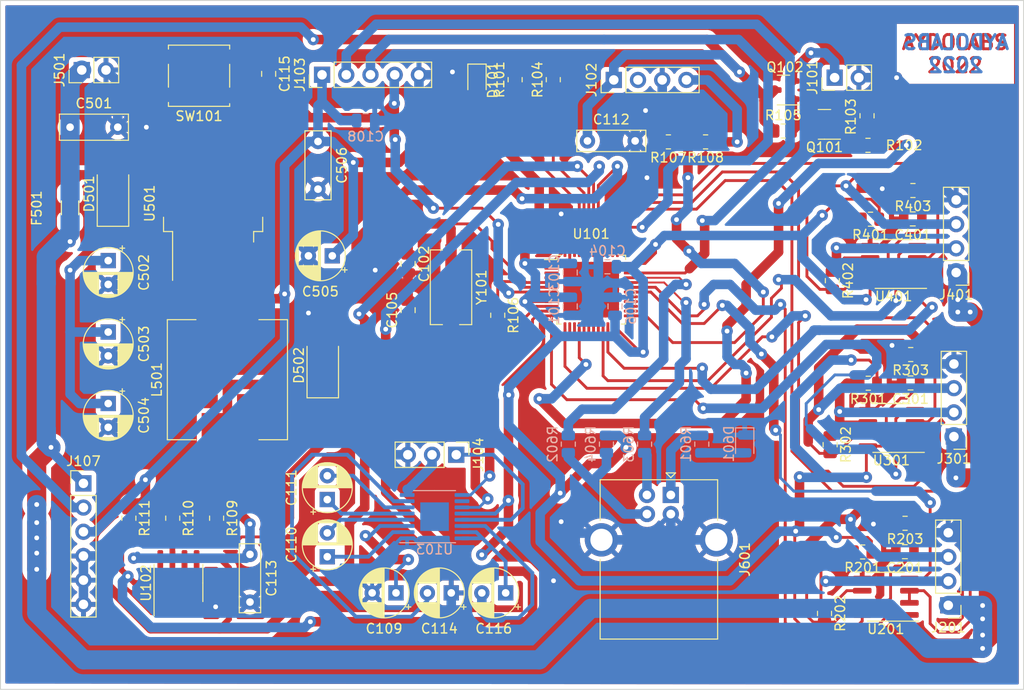
<source format=kicad_pcb>
(kicad_pcb (version 20211014) (generator pcbnew)
  (layers (0 "F.Cu" signal) (31 "B.Cu" signal) (34 "B.Paste" user) (35 "F.Paste" user) (36 "B.SilkS" user "B.Silkscreen") (37 "F.SilkS" user "F.Silkscreen") (38 "B.Mask" user) (39 "F.Mask" user) (44 "Edge.Cuts" user))
  (net 0 "")
  (net 1 "+3.3V")
  (net 2 "GND")
  (net 3 "Net-(C102-Pad1)")
  (net 4 "Net-(C105-Pad1)")
  (net 5 "Net-(C109-Pad1)")
  (net 6 "Net-(C110-Pad1)")
  (net 7 "Net-(C110-Pad2)")
  (net 8 "Net-(C111-Pad1)")
  (net 9 "Net-(C111-Pad2)")
  (net 10 "24V_Safe")
  (net 11 "Net-(C114-Pad2)")
  (net 12 "NRST")
  (net 13 "Net-(C116-Pad2)")
  (net 14 "24V_Unsafe")
  (net 15 "Net-(C502-Pad1)")
  (net 16 "Net-(D101-Pad2)")
  (net 17 "Net-(D501-Pad2)")
  (net 18 "Net-(D502-Pad1)")
  (net 19 "Net-(D601-Pad2)")
  (net 20 "Net-(J101-Pad1)")
  (net 22 "Net-(J102-Pad4)")
  (net 23 "SWDIO")
  (net 24 "SWCLK")
  (net 25 "Net-(J104-Pad1)")
  (net 26 "Net-(J104-Pad2)")
  (net 27 "PWM2")
  (net 28 "PWM3")
  (net 29 "PWM4")
  (net 30 "Out0")
  (net 31 "Out1")
  (net 32 "Out2")
  (net 33 "In0")
  (net 34 "In1")
  (net 35 "In2")
  (net 36 "In3")
  (net 37 "Net-(J201-Pad2)")
  (net 38 "Net-(J201-Pad3)")
  (net 39 "Net-(J301-Pad2)")
  (net 40 "Net-(J301-Pad3)")
  (net 41 "Net-(J401-Pad2)")
  (net 42 "Net-(J401-Pad3)")
  (net 43 "Net-(J601-Pad1)")
  (net 44 "Net-(J601-Pad2)")
  (net 45 "Net-(J601-Pad3)")
  (net 46 "Net-(Q101-Pad1)")
  (net 47 "Net-(Q101-Pad3)")
  (net 48 "Net-(R101-Pad1)")
  (net 49 "LedPWMPin")
  (net 50 "Net-(R104-Pad1)")
  (net 51 "Net-(R106-Pad1)")
  (net 52 "objectSensorPin")
  (net 53 "EEPROM_WRP")
  (net 54 "I2C_SCL")
  (net 55 "I2C_SDA")
  (net 56 "USBD+")
  (net 57 "USBD-")
  (net 61 "RS232_Tx")
  (net 62 "RS232_Rx")
  (net 63 "RS4851_Tx2")
  (net 64 "RS4851_Rx2")
  (net 65 "RS4851_Tx3")
  (net 66 "RS4851_Rx3")
  (net 67 "RS4851_Tx1")
  (net 68 "RS4851_Rx1")
  (net 69 "RS4851_Control1")
  (net 70 "RS4851_Control2")
  (net 71 "RS4851_Control3")
  (footprint "Package_SO:SOIC-8_3.9x4.9mm_P1.27mm" (layer "F.Cu") (at 191.675 84.355 180)
    (fp_text reference "U401")
    (fp_text value "SP3485EN")
  )
  (footprint "Button_Switch_SMD:SW_Push_1P1T_NO_CK_KSC7xxJ" (layer "F.Cu") (at 118.825 64.6)
    (fp_text reference "SW101")
    (fp_text value "SW_Push")
  )
  (footprint "Resistor_SMD:R_0805_2012Metric" (layer "F.Cu") (at 188.42 114.58 180)
    (fp_text reference "R201")
    (fp_text value "220R")
  )
  (footprint "Capacitor_THT:CP_Radial_D5.0mm_P2.50mm" (layer "F.Cu") (at 132.8 83.5 180)
    (fp_text reference "C505")
    (fp_text value "1000uF")
  )
  (footprint "Resistor_SMD:R_0805_2012Metric" (layer "F.Cu") (at 151.975 65.0125 90)
    (fp_text reference "R101")
    (fp_text value "2k2R")
  )
  (footprint "Resistor_SMD:R_0805_2012Metric" (layer "F.Cu") (at 120.665 111.035 -90)
    (fp_text reference "R109")
    (fp_text value "4k7")
  )
  (footprint "Resistor_SMD:R_1206_3216Metric" (layer "F.Cu") (at 105.3 78.4625 90)
    (fp_text reference "F501")
    (fp_text value "24VPowerFuse")
  )
  (footprint "Resistor_SMD:R_0805_2012Metric" (layer "F.Cu") (at 192.87 111.57 180)
    (fp_text reference "R203")
    (fp_text value "220R")
  )
  (footprint "Resistor_SMD:R_0805_2012Metric" (layer "F.Cu") (at 185.01 103.32 -90)
    (fp_text reference "R302")
    (fp_text value "60R")
  )
  (footprint "Package_QFP:LQFP-48_7x7mm_P0.5mm" (layer "F.Cu") (at 159.95 87.05)
    (fp_text reference "U101")
    (fp_text value "STM32F070CBTx")
  )
  (footprint "Capacitor_THT:CP_Radial_D5.0mm_P2.50mm" (layer "F.Cu") (at 109.3 84 -90)
    (fp_text reference "C502")
    (fp_text value "470uF")
  )
  (footprint "Capacitor_THT:C_Rect_L7.0mm_W2.0mm_P5.00mm" (layer "F.Cu") (at 159.56 71.44)
    (fp_text reference "C112")
    (fp_text value "100nF")
  )
  (footprint "Resistor_SMD:R_0805_2012Metric" (layer "F.Cu") (at 193.695 76.645 180)
    (fp_text reference "R403")
    (fp_text value "220R")
  )
  (footprint "Diode_SMD:D_SMA" (layer "F.Cu") (at 109.8 77 90)
    (fp_text reference "D501")
    (fp_text value "SS36")
  )
  (footprint "Capacitor_THT:CP_Radial_D5.0mm_P2.50mm" (layer "F.Cu") (at 109.3 99 -90)
    (fp_text reference "C504")
    (fp_text value "100uF")
  )
  (footprint "Resistor_SMD:R_0805_2012Metric" (layer "F.Cu") (at 188.88 68.8 90)
    (fp_text reference "R103")
    (fp_text value "10k")
  )
  (footprint "Package_TO_SOT_SMD:SOT-23" (layer "F.Cu") (at 184.4175 69.7 180)
    (fp_text reference "Q101")
    (fp_text value "BC847")
  )
  (footprint "Package_SO:SOIC-8_3.9x4.9mm_P1.27mm" (layer "F.Cu") (at 116.665 117.835 90)
    (fp_text reference "U102")
    (fp_text value "M24C08")
  )
  (footprint "Capacitor_SMD:C_0805_2012Metric" (layer "F.Cu") (at 193.44 96.84 180)
    (fp_text reference "C301")
    (fp_text value "100nF")
  )
  (footprint "Resistor_SMD:R_0805_2012Metric" (layer "F.Cu") (at 193.46 93.86 180)
    (fp_text reference "R303")
    (fp_text value "220R")
  )
  (footprint "Connector_USB:USB_B_OST_USB-B1HSxx_Horizontal" (layer "F.Cu") (at 168.3 108.6 -90)
    (fp_text reference "J601")
    (fp_text value "USB_B")
  )
  (footprint "Resistor_SMD:R_0805_2012Metric" (layer "F.Cu") (at 189.245 79.655 180)
    (fp_text reference "R401")
    (fp_text value "220R")
  )
  (footprint "Package_SO:SOIC-8_3.9x4.9mm_P1.27mm" (layer "F.Cu") (at 190.85 119.28 180)
    (fp_text reference "U201")
    (fp_text value "SP3485EN")
  )
  (footprint "Resistor_SMD:R_0805_2012Metric" (layer "F.Cu") (at 188.98 71.9 180)
    (fp_text reference "R102")
    (fp_text value "470R")
  )
  (footprint "Capacitor_SMD:C_0805_2012Metric" (layer "F.Cu") (at 140.75 89.2 90)
    (fp_text reference "C105")
    (fp_text value "20pF")
  )
  (footprint "Connector_PinHeader_2.54mm:PinHeader_1x02_P2.54mm_Vertical" (layer "F.Cu") (at 106.525 64 90)
    (fp_text reference "J501")
    (fp_text value "InputConn")
  )
  (footprint "Resistor_SMD:R_0805_2012Metric" (layer "F.Cu") (at 185.245 86.105 -90)
    (fp_text reference "R402")
    (fp_text value "60R")
  )
  (footprint "Capacitor_SMD:C_0805_2012Metric" (layer "F.Cu") (at 126.125 64.4 -90)
    (fp_text reference "C115")
    (fp_text value "100nF")
  )
  (footprint "Resistor_SMD:R_0805_2012Metric" (layer "F.Cu") (at 150.15 89.7375 -90)
    (fp_text reference "R106")
    (fp_text value "390R")
  )
  (footprint "Capacitor_SMD:C_0805_2012Metric" (layer "F.Cu") (at 193.675 79.625 180)
    (fp_text reference "C401")
    (fp_text value "100nF")
  )
  (footprint "Capacitor_SMD:C_0805_2012Metric" (layer "F.Cu") (at 192.85 114.55 180)
    (fp_text reference "C201")
    (fp_text value "100nF")
  )
  (footprint "Connector_PinHeader_2.54mm:PinHeader_1x05_P2.54mm_Vertical" (layer "F.Cu") (at 131.725 64.5 90)
    (fp_text reference "J103")
    (fp_text value "STLINK")
  )
  (footprint "Resistor_SMD:R_0805_2012Metric" (layer "F.Cu") (at 116.065 111.035 -90)
    (fp_text reference "R110")
    (fp_text value "4k7")
  )
  (footprint "Connector_PinHeader_2.54mm:PinHeader_1x04_P2.54mm_Vertical" (layer "F.Cu") (at 197.99 102.47 180)
    (fp_text reference "J301")
    (fp_text value "ServoConn")
  )
  (footprint "Connector_PinHeader_2.54mm:PinHeader_1x04_P2.54mm_Vertical" (layer "F.Cu") (at 198.225 85.255 180)
    (fp_text reference "J401")
    (fp_text value "ServoConn")
  )
  (footprint "Capacitor_THT:CP_Radial_D5.0mm_P2.50mm" (layer "F.Cu") (at 139.480112 118.875 180)
    (fp_text reference "C109")
    (fp_text value "0.1uF")
  )
  (footprint "Capacitor_THT:CP_Radial_D5.0mm_P2.50mm" (layer "F.Cu") (at 132.275 115.080112 90)
    (fp_text reference "C110")
    (fp_text value "0.1uF")
  )
  (footprint "Resistor_SMD:R_0805_2012Metric" (layer "F.Cu") (at 184.42 121.03 -90)
    (fp_text reference "R202")
    (fp_text value "60R")
  )
  (footprint "Capacitor_SMD:C_0805_2012Metric" (layer "F.Cu") (at 140.75 84.35 -90)
    (fp_text reference "C102")
    (fp_text value "20pF")
  )
  (footprint "Capacitor_THT:CP_Radial_D5.0mm_P2.50mm" (layer "F.Cu") (at 132.275 109.080112 90)
    (fp_text reference "C111")
    (fp_text value "0.1uF")
  )
  (footprint "Connector_PinHeader_2.54mm:PinHeader_1x04_P2.54mm_Vertical" (layer "F.Cu") (at 197.4 120.18 180)
    (fp_text reference "J201")
    (fp_text value "ServoConn")
  )
  (footprint "Package_TO_SOT_SMD:SOT-23" (layer "F.Cu") (at 180.1175 66.1 180)
    (fp_text reference "Q102")
    (fp_text value "BSS83P")
  )
  (footprint "Inductor_SMD:L_12x12mm_H8mm" (layer "F.Cu") (at 121.8 96.5 90)
    (fp_text reference "L501")
    (fp_text value "100uH")
  )
  (footprint "Resistor_SMD:R_0805_2012Metric" (layer "F.Cu") (at 111.465 111.035 -90)
    (fp_text reference "R111")
    (fp_text value "4k7")
  )
  (footprint "Capacitor_THT:C_Rect_L7.0mm_W2.0mm_P5.00mm" (layer "F.Cu") (at 124.165 114.835 -90)
    (fp_text reference "C113")
    (fp_text value "100nF")
  )
  (footprint "Resistor_SMD:R_0805_2012Metric" (layer "F.Cu") (at 171.9475 71.54 180)
    (fp_text reference "R108")
    (fp_text value "620R")
  )
  (footprint "Resistor_SMD:R_0805_2012Metric" (layer "F.Cu") (at 189.01 96.87 180)
    (fp_text reference "R301")
    (fp_text value "220R")
  )
  (footprint "Resistor_SMD:R_0805_2012Metric" (layer "F.Cu") (at 155.975 65.0125 90)
    (fp_text reference "R104")
    (fp_text value "10k")
  )
  (footprint "Connector_PinHeader_2.54mm:PinHeader_1x06_P2.54mm_Vertical" (layer "F.Cu") (at 106.7 107.38)
    (fp_text reference "J107")
    (fp_text value "Measurement Conn")
  )
  (footprint "Connector_PinHeader_2.54mm:PinHeader_1x04_P2.54mm_Vertical" (layer "F.Cu") (at 162.32 65.04 90)
    (fp_text reference "J102")
    (fp_text value "ProximitySensorConnector")
  )
  (footprint "Crystal:Crystal_SMD_ECS_CSM3X-2Pin_7.6x4.1mm" (layer "F.Cu") (at 145.25 86.8 -90)
    (fp_text reference "Y101")
    (fp_text value "8MHz")
  )
  (footprint "Diode_SMD:D_SMA" (layer "F.Cu") (at 131.8 95 90)
    (fp_text reference "D502")
    (fp_text value "MBR360")
  )
  (footprint "Connector_PinHeader_2.54mm:PinHeader_1x02_P2.54mm_Vertical" (layer "F.Cu") (at 185.48 64.8 90)
    (fp_text reference "J101")
    (fp_text value "LED CONN")
  )
  (footprint "Resistor_SMD:R_0805_2012Metric" (layer "F.Cu") (at 180.0925 70.4)
    (fp_text reference "R105")
    (fp_text value "4k7R")
  )
  (footprint "Package_SO:SOIC-8_3.9x4.9mm_P1.27mm" (layer "F.Cu") (at 191.44 101.57 180)
    (fp_text reference "U301")
    (fp_text value "SP3485EN")
  )
  (footprint "Capacitor_THT:CP_Radial_D5.0mm_P2.50mm" (layer "F.Cu") (at 109.3 91.5 -90)
    (fp_text reference "C503")
    (fp_text value "100nF")
  )
  (footprint "Capacitor_THT:C_Rect_L7.0mm_W2.5mm_P5.00mm" (layer "F.Cu") (at 105.3 70)
    (fp_text reference "C501")
    (fp_text value "100nF")
  )
  (footprint "Resistor_SMD:R_0805_2012Metric" (layer "F.Cu") (at 168.0475 71.54 180)
    (fp_text reference "R107")
    (fp_text value "4k7R")
  )
  (footprint "Diode_SMD:D_0805_2012Metric" (layer "F.Cu") (at 147.975 65.0625 -90)
    (fp_text reference "D101")
    (fp_text value "LED")
  )
  (footprint "Package_TO_SOT_SMD:TO-263-5_TabPin3" (layer "F.Cu") (at 120.3 78 90)
    (fp_text reference "U501")
    (fp_text value "LM2576HVS-3.3")
  )
  (footprint "Connector_PinHeader_2.54mm:PinHeader_1x03_P2.54mm_Vertical" (layer "F.Cu") (at 145.8 104.375 -90)
    (fp_text reference "J104")
    (fp_text value "RS232_Out")
  )
  (footprint "Capacitor_THT:CP_Radial_D5.0mm_P2.50mm" (layer "F.Cu") (at 145.275 118.875 180)
    (fp_text reference "C114")
    (fp_text value "0.1uF")
  )
  (footprint "Capacitor_THT:C_Rect_L7.0mm_W2.5mm_P5.00mm" (layer "F.Cu") (at 131.3 71.5 -90)
    (fp_text reference "C506")
    (fp_text value "100nF")
  )
  (footprint "Capacitor_THT:CP_Radial_D5.0mm_P2.50mm" (layer "F.Cu") (at 150.980112 118.875 180)
    (fp_text reference "C116")
    (fp_text value "0.1uF")
  )
  (footprint "Resistor_SMD:R_0805_2012Metric" (layer "B.Cu") (at 157.55 103.265 -90)
    (fp_text reference "R602")
    (fp_text value "22R")
  )
  (footprint "Resistor_SMD:R_0805_2012Metric" (layer "B.Cu") (at 165.55 103.265 -90)
    (fp_text reference "R603")
    (fp_text value "22R")
  )
  (footprint "Capacitor_SMD:C_0805_2012Metric" (layer "B.Cu") (at 136.3 69.3)
    (fp_text reference "C108")
    (fp_text value "100nF")
  )
  (footprint "Capacitor_SMD:C_0805_2012Metric" (layer "B.Cu") (at 157.75 85.25 -90)
    (fp_text reference "C103")
    (fp_text value "100nF")
  )
  (footprint "Resistor_SMD:R_0805_2012Metric" (layer "B.Cu") (at 171.55 103.265 -90)
    (fp_text reference "R601")
    (fp_text value "2k2R")
  )
  (footprint "Capacitor_SMD:C_0805_2012Metric" (layer "B.Cu") (at 162.45 88.8 90)
    (fp_text reference "C106")
    (fp_text value "100nF")
  )
  (footprint "Package_SO:HTSSOP-16-1EP_4.4x5mm_P0.65mm_EP3x3mm" (layer "B.Cu") (at 143.525 110.875)
    (fp_text reference "U103")
    (fp_text value "MAX3221")
  )
  (footprint "Diode_SMD:D_0805_2012Metric" (layer "B.Cu") (at 176.05 103.24 -90)
    (fp_text reference "D601")
    (fp_text value "LED")
  )
  (footprint "Capacitor_SMD:C_0805_2012Metric" (layer "B.Cu") (at 161.65 84.65 180)
    (fp_text reference "C104")
    (fp_text value "100nF")
  )
  (footprint "Capacitor_SMD:C_0805_2012Metric" (layer "B.Cu") (at 157.75 88.8 -90)
    (fp_text reference "C101")
    (fp_text value "100nF")
  )
  (footprint "Resistor_SMD:R_0805_2012Metric" (layer "B.Cu") (at 161.55 103.265 -90)
    (fp_text reference "R604")
    (fp_text value "1k5R")
  )
  (gr_rect (start 205.3 56.7) (end 98 129) (layer "Edge.Cuts") (width 0.1) (fill none))
  (gr_text "AYDOLABS\n2022\n" (at 198.1 62.3) (layer "F.Cu") (effects (font (size 1.5 1.5) (thickness 0.3))))
  (gr_text "AYDOLABS\n2022" (at 198.2 62.3) (layer "B.Cu") (effects (font (size 1.5 1.5) (thickness 0.3)) (justify mirror)))
  (segment (start 154.5 75.9) (end 154.5 81.6) (width 1) (layer "F.Cu") (net 1))
  (segment (start 112.7525 109.4475) (end 111.565 109.4475) (width 1) (layer "F.Cu") (net 1))
  (segment (start 189.3325 113.4325) (end 189.3325 114.58) (width 0.3) (layer "F.Cu") (net 1))
  (segment (start 165.6 84.3) (end 166.7 83.2) (width 0.3) (layer "F.Cu") (net 1))
  (segment (start 190.24 86.26) (end 191.1 85.4) (width 0.3) (layer "F.Cu") (net 1))
  (segment (start 181.3 121.6) (end 183.2 123.5) (width 0.3) (layer "F.Cu") (net 1))
  (segment (start 186.7 123.5) (end 188.375 121.825) (width 0.3) (layer "F.Cu") (net 1))
  (segment (start 188.81 106.74) (end 188.81 103.63) (width 0.3) (layer "F.Cu") (net 1))
  (segment (start 115.37 109.4275) (end 119.97 109.4275) (width 1) (layer "F.Cu") (net 1))
  (segment (start 188.35 121.21) (end 188.375 121.185) (width 0.3) (layer "F.Cu") (net 1))
  (segment (start 190.1575 78.4375) (end 189.275 77.555) (width 0.3) (layer "F.Cu") (net 1))
  (segment (start 192.41 98.44) (end 193.01 98.44) (width 0.3) (layer "F.Cu") (net 1))
  (segment (start 185.65 113.05) (end 188.95 113.05) (width 0.3) (layer "F.Cu") (net 1))
  (segment (start 191.35 116.55) (end 191.85 116.05) (width 0.3) (layer "F.Cu") (net 1))
  (segment (start 124.3 88) (end 127.3 88) (width 1) (layer "F.Cu") (net 1))
  (segment (start 191.35 119.45) (end 191.35 116.55) (width 0.3) (layer "F.Cu") (net 1))
  (segment (start 194.075 81.155) (end 194.625 80.605) (width 0.3) (layer "F.Cu") (net 1))
  (segment (start 188.375 121.825) (end 188.375 121.185) (width 0.3) (layer "F.Cu") (net 1))
  (segment (start 181.8 112) (end 181.8 106.7) (width 1) (layer "F.Cu") (net 1))
  (segment (start 127.3 88) (end 127.8 87.5) (width 1) (layer "F.Cu") (net 1))
  (segment (start 181.3 112.5) (end 181.3 121.6) (width 0.3) (layer "F.Cu") (net 1))
  (segment (start 155.7875 88.3) (end 153 88.3) (width 0.3) (layer "F.Cu") (net 1))
  (segment (start 188.375 121.185) (end 189.615 121.185) (width 0.3) (layer "F.Cu") (net 1))
  (segment (start 151.275 112.075) (end 150.525 112.825) (width 1) (layer "F.Cu") (net 1))
  (segment (start 165.4 93.6) (end 165.0875 93.6) (width 0.3) (layer "F.Cu") (net 1))
  (segment (start 115.5775 109.635) (end 116.065 110.1225) (width 1) (layer "F.Cu") (net 1))
  (segment (start 113.2 107) (end 113.2 109) (width 1) (layer "F.Cu") (net 1))
  (segment (start 189.2 86.26) (end 190.24 86.26) (width 0.3) (layer "F.Cu") (net 1))
  (segment (start 124.165 111.635) (end 122.6525 110.1225) (width 1) (layer "F.Cu") (net 1))
  (segment (start 111.465 109.5475) (end 111.465 110.1225) (width 1) (layer "F.Cu") (net 1))
  (segment (start 153 83.1) (end 153 84.3) (width 1) (layer "F.Cu") (net 1))
  (segment (start 181.4 112.4) (end 181.8 112) (width 1) (layer "F.Cu") (net 1))
  (segment (start 191.85 116.05) (end 192.45 116.05) (width 0.3) (layer "F.Cu") (net 1))
  (segment (start 188.95 113.05) (end 189.3325 113.4325) (width 0.3) (layer "F.Cu") (net 1))
  (segment (start 157.2 82.8875) (end 155.7875 84.3) (width 0.3) (layer "F.Cu") (net 1))
  (segment (start 189.615 121.185) (end 191.35 119.45) (width 0.3) (layer "F.Cu") (net 1))
  (segment (start 194.625 80.605) (end 194.625 79.625) (width 0.3) (layer "F.Cu") (net 1))
  (segment (start 183.2 123.5) (end 186.7 123.5) (width 0.3) (layer "F.Cu") (net 1))
  (segment (start 142 71.5) (end 150.1 71.5) (width 1) (layer "F.Cu") (net 1))
  (segment (start 190.9 102.95) (end 190.9 99.95) (width 0.3) (layer "F.Cu") (net 1))
  (segment (start 192.45 116.05) (end 193.8 114.7) (width 0.3) (layer "F.Cu") (net 1))
  (segment (start 190.9 99.95) (end 192.41 98.44) (width 0.3) (layer "F.Cu") (net 1))
  (segment (start 150.1 71.5) (end 154.5 75.9) (width 1) (layer "F.Cu") (net 1))
  (segment (start 114.76 115.36) (end 112.09 115.36) (width 0.6) (layer "F.Cu") (net 1))
  (segment (start 139.8 73.7) (end 142 71.5) (width 1) (layer "F.Cu") (net 1))
  (segment (start 115.39 109.4475) (end 112.7525 109.4475) (width 1) (layer "F.Cu") (net 1))
  (segment (start 193.8 114.7) (end 193.8 114.55) (width 0.3) (layer "F.Cu") (net 1))
  (segment (start 152.95 88.25) (end 153 88.3) (width 0.3) (layer "F.Cu") (net 1))
  (segment (start 189.11 94.44) (end 189.9225 95.2525) (width 0.3) (layer "F.Cu") (net 1))
  (segment (start 150.525 112.825) (end 148.475 114.875) (width 1) (layer "F.Cu") (net 1))
  (segment (start 190.375 103.475) (end 190.9 102.95) (width 0.3) (layer "F.Cu") (net 1))
  (segment (start 151.275 98.125) (end 151.3 98.1) (width 1) (layer "F.Cu") (net 1))
  (segment (start 120.8 91.5) (end 122 90.3) (width 1) (layer "F.Cu") (net 1))
  (segment (start 191.1 83.1) (end 193.045 81.155) (width 0.3) (layer "F.Cu") (net 1))
  (segment (start 115.37 109.4275) (end 115.5775 109.635) (width 1) (layer "F.Cu") (net 1))
  (segment (start 190.1575 79.655) (end 190.1575 78.4375) (width 0.3) (layer "F.Cu") (net 1))
  (segment (start 189.2 87.675) (end 189.2 86.26) (width 0.3) (layer "F.Cu") (net 1))
  (segment (start 111.565 109.4475) (end 111.465 109.5475) (width 1) (layer "F.Cu") (net 1))
  (segment (start 151.275 109.175) (end 151.275 112.075) (width 1) (layer "F.Cu") (net 1))
  (segment (start 194.39 97.06) (end 194.39 96.84) (width 0.3) (layer "F.Cu") (net 1))
  (segment (start 120.8 91.5) (end 124.3 88) (width 1) (layer "F.Cu") (net 1))
  (segment (start 165.0875 93.6) (end 162.7 91.2125) (width 0.3) (layer "F.Cu") (net 1))
  (segment (start 115.5775 109.635) (end 115.39 109.4475) (width 1) (layer "F.Cu") (net 1))
  (segment (start 189.9225 95.2525) (end 189.9225 96.87) (width 0.3) (layer "F.Cu") (net 1))
  (segment (start 188.965 103.475) (end 190.375 103.475) (width 0.3) (layer "F.Cu") (net 1))
  (segment (start 189.275 77.555) (end 185.875 77.555) (width 0.3) (layer "F.Cu") (net 1))
  (segment (start 161.9 105.3) (end 159.8 105.3) (width 1) (layer "F.Cu") (net 1))
  (segment (start 154.5 81.6) (end 153 83.1) (width 1) (layer "F.Cu") (net 1))
  (segment (start 187.21 94.44) (end 189.11 94.44) (width 0.3) (layer "F.Cu") (net 1))
  (segment (start 151.275 109.175) (end 151.275 98.125) (width 1) (layer "F.Cu") (net 1))
  (segment (start 193.045 81.155) (end 194.075 81.155) (width 0.3) (layer "F.Cu") (net 1))
  (segment (start 185.875 77.555) (end 184.175 79.255) (width 0.3) (layer "F.Cu") (net 1))
  (segment (start 122.6525 110.1225) (end 120.665 110.1225) (width 1) (layer "F.Cu") (net 1))
  (segment (start 188.775 88.1) (end 189.2 87.675) (width 0.3) (layer "F.Cu") (net 1))
  (segment (start 155.7875 84.3) (end 153 84.3) (width 0.3) (layer "F.Cu") (net 1))
  (segment (start 112.09 115.36) (end 111.965 115.235) (width 0.6) (layer "F.Cu") (net 1))
  (segment (start 119.97 109.4275) (end 120.665 110.1225) (width 1) (layer "F.Cu") (net 1))
  (segment (start 166.7 83.2) (end 166.7 82.3) (width 0.3) (layer "F.Cu") (net 1))
  (segment (start 159.8 105.3) (end 156.7 108.4) (width 1) (layer "F.Cu") (net 1))
  (segment (start 122 90.3) (end 122 83.775) (width 1) (layer "F.Cu") (net 1))
  (segment (start 191.1 85.4) (end 191.1 83.1) (width 0.3) (layer "F.Cu") (net 1))
  (segment (start 113.2 109) (end 112.7525 109.4475) (width 1) (layer "F.Cu") (net 1))
  (segment (start 163.6 103.6) (end 161.9 105.3) (width 1) (layer "F.Cu") (net 1))
  (segment (start 135 73.7) (end 139.8 73.7) (width 1) (layer "F.Cu") (net 1))
  (segment (start 164.1125 84.3) (end 165.6 84.3) (width 0.3) (layer "F.Cu") (net 1))
  (segment (start 181.4 112.4) (end 181.3 112.5) (width 0.3) (layer "F.Cu") (net 1))
  (segment (start 152.95 84.25) (end 153 84.3) (width 0.3) (layer "F.Cu") (net 1))
  (segment (start 188.81 103.63) (end 188.965 103.475) (width 0.3) (layer "F.Cu") (net 1))
  (segment (start 193.01 98.44) (end 194.39 97.06) (width 0.3) (layer "F.Cu") (net 1))
  (via (at 153 84.3) (size 1.2) (drill 0.5) (layers "F.Cu" "B.Cu") (net 1))
  (via (at 188.81 106.74) (size 1.2) (drill 0.5) (layers "F.Cu" "B.Cu") (net 1))
  (via (at 148.475 114.875) (size 1.2) (drill 0.5) (layers "F.Cu" "B.Cu") (net 1))
  (via (at 153 88.3) (size 1.2) (drill 0.5) (layers "F.Cu" "B.Cu") (net 1))
  (via (at 127.8 87.5) (size 1.2) (drill 0.5) (layers "F.Cu" "B.Cu") (net 1))
  (via (at 156.7 108.4) (size 1.2) (drill 0.5) (layers "F.Cu" "B.Cu") (net 1))
  (via (at 185.65 113.05) (size 1.2) (drill 0.5) (layers "F.Cu" "B.Cu") (net 1))
  (via (at 165.4 93.6) (size 1.2) (drill 0.5) (layers "F.Cu" "B.Cu") (net 1))
  (via (at 181.8 106.7) (size 1.2) (drill 0.5) (layers "F.Cu" "B.Cu") (net 1))
  (via (at 151.275 109.175) (size 1.2) (drill 0.5) (layers "F.Cu" "B.Cu") (net 1))
  (via (at 188.775 88.1) (size 1.2) (drill 0.5) (layers "F.Cu" "B.Cu") (net 1))
  (via (at 135 73.7) (size 1.2) (drill 0.5) (layers "F.Cu" "B.Cu") (net 1))
  (via (at 111.965 115.235) (size 1.2) (drill 0.5) (layers "F.Cu" "B.Cu") (net 1))
  (via (at 163.6 103.6) (size 1.2) (drill 0.5) (layers "F.Cu" "B.Cu") (net 1))
  (via (at 187.21 94.44) (size 1.2) (drill 0.5) (layers "F.Cu" "B.Cu") (net 1))
  (via (at 124.165 111.635) (size 1.2) (drill 0.5) (layers "F.Cu" "B.Cu") (net 1))
  (via (at 181.4 112.4) (size 1.2) (drill 0.5) (layers "F.Cu" "B.Cu") (net 1))
  (via (at 166.7 82.3) (size 1.2) (drill 0.5) (layers "F.Cu" "B.Cu") (net 1))
  (via (at 113.2 107) (size 1.2) (drill 0.5) (layers "F.Cu" "B.Cu") (net 1))
  (via (at 151.3 98.1) (size 1.2) (drill 0.5) (layers "F.Cu" "B.Cu") (net 1))
  (via (at 184.175 79.255) (size 1.2) (drill 0.5) (layers "F.Cu" "B.Cu") (net 1))
  (segment (start 131.725 67.325) (end 133.7 69.3) (width 1) (layer "B.Cu") (net 1))
  (segment (start 150.980112 118.875) (end 150.980112 115.580112) (width 0.4) (layer "B.Cu") (net 1))
  (segment (start 147.9 112.5) (end 148.55 113.15) (width 0.4) (layer "B.Cu") (net 1))
  (segment (start 146.4 110.55) (end 149.9 110.55) (width 0.4) (layer "B.Cu") (net 1))
  (segment (start 181.4 112.4) (end 179.7 112.4) (width 1) (layer "B.Cu") (net 1))
  (segment (start 154.1 87.1) (end 154.1 85.4) (width 1) (layer "B.Cu") (net 1))
  (segment (start 127.8 92.4) (end 113.2 107) (width 1) (layer "B.Cu") (net 1))
  (segment (start 165.4 93.6) (end 164.1 93.6) (width 1) (layer "B.Cu") (net 1))
  (segment (start 162.6 84.65) (end 163.95 84.65) (width 1) (layer "B.Cu") (net 1))
  (segment (start 131.3 71.5) (end 131.3 67.75) (width 1) (layer "B.Cu") (net 1))
  (segment (start 188.775 88.1) (end 186.5 88.1) (width 1) (layer "B.Cu") (net 1))
  (segment (start 130.3 71.5) (end 131.3 71.5) (width 1) (layer "B.Cu") (net 1))
  (segment (start 151.3 97.3) (end 154.7 93.9) (width 1) (layer "B.Cu") (net 1))
  (segment (start 107.94 112.46) (end 109.7 110.7) (width 1) (layer "B.Cu") (net 1))
  (segment (start 131.3 71.5) (end 132.8 71.5) (width 1) (layer "B.Cu") (net 1))
  (segment (start 156.65 91.95) (end 162.45 91.95) (width 1) (layer "B.Cu") (net 1))
  (segment (start 164.35 84.65) (end 166.7 82.3) (width 1) (layer "B.Cu") (net 1))
  (segment (start 181.8 106.7) (end 181.85 106.75) (width 1) (layer "B.Cu") (net 1))
  (segment (start 163.6 103.1) (end 162.8525 102.3525) (width 1) (layer "B.Cu") (net 1))
  (segment (start 132.8 71.5) (end 135 73.7) (width 1) (layer "B.Cu") (net 1))
  (segment (start 117.665 115.235) (end 123.765 115.235) (width 1) (layer "B.Cu") (net 1))
  (segment (start 182.065 81.365) (end 184.175 79.255) (width 1) (layer "B.Cu") (net 1))
  (segment (start 154.7 93.9) (end 156.65 91.95) (width 1) (layer "B.Cu") (net 1))
  (segment (start 186.5 88.1) (end 182.065 83.665) (width 1) (layer "B.Cu") (net 1))
  (segment (start 164.1 93.6) (end 162.45 91.95) (width 1) (layer "B.Cu") (net 1))
  (segment (start 153 88.2) (end 154.1 87.1) (width 1) (layer "B.Cu") (net 1))
  (segment (start 153 88.3) (end 156.65 91.95) (width 1) (layer "B.Cu") (net 1))
  (segment (start 162.8525 102.3525) (end 161.55 102.3525) (width 1) (layer "B.Cu") (net 1))
  (segment (start 181.3 98.3) (end 185.16 94.44) (width 1) (layer "B.Cu") (net 1))
  (segment (start 113.2 107.2) (end 113.2 107) (width 1) (layer "B.Cu") (net 1))
  (segment (start 158.7 117.6) (end 154.6 113.5) (width 1) (layer "B.Cu") (net 1))
  (segment (start 166.7 82.3) (end 167.635 81.365) (width 1) (layer "B.Cu") (net 1))
  (segment (start 151.3 98.1) (end 151.3 97.3) (width 1) (layer "B.Cu") (net 1))
  (segment (start 135 81.3) (end 135 73.7) (width 1) (layer "B.Cu") (net 1))
  (segment (start 163.6 103.6) (end 163.6 103.1) (width 1) (layer "B.Cu") (net 1))
  (segment (start 118.465 115.235) (end 117.665 115.235) (width 1) (layer "B.Cu") (net 1))
  (segment (start 156.7 106.7) (end 151.3 101.3) (width 1) (layer "B.Cu") (net 1))
  (segment (start 181.4 112.4) (end 185 112.4) (width 1) (layer "B.Cu") (net 1))
  (segment (start 112.365 114.835) (end 111.965 115.235) (width 0.6) (layer "B.Cu") (net 1))
  (segment (start 146.4 112.5) (end 147.9 112.5) (width 0.4) (layer "B.Cu") (net 1))
  (segment (start 148.775 113.375) (end 148.55 113.15) (width 0.4) (layer "B.Cu") (net 1))
  (segment (start 185 112.4) (end 185.65 113.05) (width 1) (layer "B.Cu") (net 1))
  (segment (start 132.8 83.5) (end 135 81.3) (width 1) (layer "B.Cu") (net 1))
  (segment (start 154.1 85.4) (end 153 84.3) (width 1) (layer "B.Cu") (net 1))
  (segment (start 109.7 110.7) (end 113.2 107.2) (width 1) (layer "B.Cu") (net 1))
  (segment (start 124.165 111.635) (end 124.165 114.835) (width 1) (layer "B.Cu") (net 1))
  (segment (start 131.725 64.5) (end 131.725 67.325) (width 1) (layer "B.Cu") (net 1))
  (segment (start 127.8 87.5) (end 127.8 74) (width 1) (layer "B.Cu") (net 1))
  (segment (start 154.6 113.5) (end 154.6 110.5) (width 1) (layer "B.Cu") (net 1))
  (segment (start 127.8 87.5) (end 127.8 92.4) (width 1) (layer "B.Cu") (net 1))
  (segment (start 167.635 81.365) (end 182.065 81.365) (width 1) (layer "B.Cu") (net 1))
  (segment (start 181.85 106.75) (end 188.8 106.75) (width 1) (layer "B.Cu") (net 1))
  (segment (start 148.675 114.875) (end 149.475 114.075) (width 0.4) (layer "B.Cu") (net 1))
  (segment (start 133.7 69.3) (end 135.35 69.3) (width 1) (layer "B.Cu") (net 1))
  (segment (start 156.7 108.4) (end 156.7 106.7) (width 1) (layer "B.Cu") (net 1))
  (segment (start 131.3 67.75) (end 131.725 67.325) (width 1) (layer "B.Cu") (net 1))
  (segment (start 154.6 110.5) (end 156.7 108.4) (width 1) (layer "B.Cu") (net 1))
  (segment (start 151.3 101.3) (end 151.3 98.1) (width 1) (layer "B.Cu") (net 1))
  (segment (start 179.7 112.4) (end 174.5 117.6) (width 1) (layer "B.Cu") (net 1))
  (segment (start 149.9 110.55) (end 151.275 109.175) (width 0.4) (layer "B.Cu") (net 1))
  (segment (start 174.5 117.6) (end 158.7 117.6) (width 1) (layer "B.Cu") (net 1))
  (segment (start 184.51 106.74) (end 188.81 106.74) (width 0.3) (layer "B.Cu") (net 1))
  (segment (start 153.45 87.85) (end 153 88.3) (width 1) (layer "B.Cu") (net 1))
  (segment (start 150.980112 115.580112) (end 149.475 114.075) (width 0.4) (layer "B.Cu") (net 1))
  (segment (start 148.55 113.15) (end 146.4 113.15) (width 0.4) (layer "B.Cu") (net 1))
  (segment (start 184.51 106.74) (end 181.3 103.53) (width 1) (layer "B.Cu") (net 1))
  (segment (start 153 84.3) (end 157.75 84.3) (width 1) (layer "B.Cu") (net 1))
  (segment (start 153 88.3) (end 153 88.2) (width 1) (layer "B.Cu") (net 1))
  (segment (start 127.8 74) (end 130.3 71.5) (width 1) (layer "B.Cu") (net 1))
  (segment (start 148.475 114.875) (end 148.675 114.875) (width 0.4) (layer "B.Cu") (net 1))
  (segment (start 188.8 106.75) (end 188.81 106.74) (width 1) (layer "B.Cu") (net 1))
  (segment (start 117.665 115.235) (end 111.965 115.235) (width 1) (layer "B.Cu") (net 1))
  (segment (start 149.475 114.075) (end 148.775 113.375) (width 0.4) (layer "B.Cu") (net 1))
  (segment (start 123.765 115.235) (end 124.165 114.835) (width 1) (layer "B.Cu") (net 1))
  (segment (start 163.95 84.65) (end 165.4 86.1) (width 1) (layer "B.Cu") (net 1))
  (segment (start 185.16 94.44) (end 187.21 94.44) (width 1) (layer "B.Cu") (net 1))
  (segment (start 162.6 84.65) (end 164.35 84.65) (width 1) (layer "B.Cu") (net 1))
  (segment (start 162.45 89.75) (end 162.45 91.95) (width 1) (layer "B.Cu") (net 1))
  (segment (start 181.3 103.53) (end 181.3 98.3) (width 1) (layer "B.Cu") (net 1))
  (segment (start 157.75 87.85) (end 153.45 87.85) (width 1) (layer "B.Cu") (net 1))
  (segment (start 106.7 112.46) (end 107.94 112.46) (width 1) (layer "B.Cu") (net 1))
  (segment (start 182.065 83.665) (end 182.065 81.365) (width 1) (layer "B.Cu") (net 1))
  (segment (start 165.4 86.1) (end 165.4 93.6) (width 1) (layer "B.Cu") (net 1))
  (segment (start 131.8 91) (end 131.8 93) (width 1) (layer "F.Cu") (net 2))
  (segment (start 191.9 114.8) (end 189.325 117.375) (width 0.3) (layer "F.Cu") (net 2))
  (segment (start 116.03 120.31) (end 117.3 120.31) (width 0.6) (layer "F.Cu") (net 2))
  (segment (start 148.675 62.525) (end 147.975 63.225) (width 1) (layer "F.Cu") (net 2))
  (segment (start 115.925 66.6) (end 121.725 66.6) (width 1) (layer "F.Cu") (net 2))
  (segment (start 155.975 63.325) (end 155.625 62.975) (width 1) (layer "F.Cu") (net 2))
  (segment (start 155.175 62.525) (end 149.875 62.525) (width 1) (layer "F.Cu") (net 2))
  (segment (start 186.2175 67.8875) (end 188.88 67.8875) (width 1) (layer "F.Cu") (net 2))
  (segment (start 120.565 120.335) (end 118.595 120.335) (width 0.6) (layer "F.Cu") (net 2))
  (segment (start 191.98 64.8) (end 191.98 66.7) (width 1) (layer "F.Cu") (net 2))
  (segment (start 192.7825 76.645) (end 190.665 76.645) (width 1) (layer "F.Cu") (net 2))
  (segment (start 165.65 68.25) (end 161.35 68.25) (width 1) (layer "F.Cu") (net 2))
  (segment (start 157.7 82.8875) (end 157.7 80) (width 0.3) (layer "F.Cu") (net 2))
  (segment (start 157.7 84.6) (end 157.7 82.8875) (width 0.3) (layer "F.Cu") (net 2))
  (segment (start 155.975 63.325) (end 155.175 62.525) (width 1) (layer "F.Cu") (net 2))
  (segment (start 113.3 67.2) (end 113.9 66.6) (width 1) (layer "F.Cu") (net 2))
  (segment (start 155.7875 87.8) (end 159.4 87.8) (width 0.3) (layer "F.Cu") (net 2))
  (segment (start 192.7825 76.645) (end 192.7825 79.5675) (width 0.3) (layer "F.Cu") (net 2))
  (segment (start 157.2 64.1) (end 155.975 64.1) (width 1) (layer "F.Cu") (net 2))
  (segment (start 140.75 86.35) (end 140.75 88.25) (width 1) (layer "F.Cu") (net 2))
  (segment (start 161.35 68.25) (end 157.2 64.1) (width 1) (layer "F.Cu") (net 2))
  (segment (start 162.2 89.1) (end 157.7 84.6) (width 0.3) (layer "F.Cu") (net 2))
  (segment (start 156 112.2) (end 156 117.6) (width 1) (layer "F.Cu") (net 2))
  (segment (start 118.595 120.335) (end 118.57 120.31) (width 0.6) (layer "F.Cu") (net 2))
  (segment (start 123.7 78.025) (end 120.3 74.625) (width 1) (layer "F.Cu") (net 2))
  (segment (start 145.4 64.2) (end 147.9 64.2) (width 1) (layer "F.Cu") (net 2))
  (segment (start 130.3 89.5) (end 131.8 91) (width 1) (layer "F.Cu") (net 2))
  (segment (start 192.725 79.905) (end 190.18 82.45) (width 0.3) (layer "F.Cu") (net 2))
  (segment (start 113.3 70) (end 113.3 67.2) (width 1) (layer "F.Cu") (net 2))
  (segment (start 115.675 70) (end 113.3 70) (width 1) (layer "F.Cu") (net 2))
  (segment (start 191.5875 92.9) (end 192.5475 93.86) (width 1) (layer "F.Cu") (net 2))
  (segment (start 159.4 87.8) (end 162.4 84.8) (width 0.3) (layer "F.Cu") (net 2))
  (segment (start 167.135 73.965) (end 167.135 71.54) (width 1) (layer "F.Cu") (net 2))
  (segment (start 149.275 62.525) (end 148.675 62.525) (width 0.3) (layer "F.Cu") (net 2))
  (segment (start 124.875 66.6) (end 126.125 65.35) (width 1) (layer "F.Cu") (net 2))
  (segment (start 123.7 83.775) (end 123.7 78.025) (width 1) (layer "F.Cu") (net 2))
  (segment (start 156.8 111.4) (end 156 112.2) (width 1) (layer "F.Cu") (net 2))
  (segment (start 191.9575 111.57) (end 191.9575 114.4925) (width 0.3) (layer "F.Cu") (net 2))
  (segment (start 192.49 96.84) (end 189.665 99.665) (width 0.3) (layer "F.Cu") (net 2))
  (segment (start 192.7825 79.5675) (end 192.725 79.625) (width 0.3) (layer "F.Cu") (net 2))
  (segment (start 120.3 83.775) (end 120.3 74.625) (width 1) (layer "F.Cu") (net 2))
  (segment (start 147.9 64.2) (end 147.975 64.125) (width 1) (layer "F.Cu") (net 2))
  (segment (start 189.63 111.57) (end 189.55 111.65) (width 1) (layer "F.Cu") (net 2))
  (segment (start 185.355 68.75) (end 186.2175 67.8875) (width 1) (layer "F.Cu") (net 2))
  (segment (start 192.5475 96.7825) (end 192.49 96.84) (width 0.3) (layer "F.Cu") (net 2))
  (segment (start 155.625 62.975) (end 155.175 62.525) (width 0.3) (layer "F.Cu") (net 2))
  (segment (start 192.5475 93.86) (end 192.5475 96.7825) (width 0.3) (layer "F.Cu") (net 2))
  (segment (start 114.76 120.31) (end 116.03 120.31) (width 0.6) (layer "F.Cu") (net 2))
  (segment (start 162.4 84.8) (end 164.1125 84.8) (width 0.3) (layer "F.Cu") (net 2))
  (segment (start 130.3 87) (end 127.075 83.775) (width 1) (layer "F.Cu") (net 2))
  (segment (start 149.875 62.525) (end 148.675 62.525) (width 1) (layer "F.Cu") (net 2))
  (segment (start 130.3 89.5) (end 130.3 87) (width 1) (layer "F.Cu") (net 2))
  (segment (start 155.975 64.1) (end 155.975 63.325) (width 1) (layer "F.Cu") (net 2))
  (segment (start 190.7925 67.8875) (end 188.88 67.8875) (width 1) (layer "F.Cu") (net 2))
  (segment (start 147.975 63.225) (end 147.975 64.125) (width 1) (layer "F.Cu") (net 2))
  (segment (start 191.5 92.9) (end 191.5875 92.9) (width 1) (layer "F.Cu") (net 2))
  (segment (start 117.3 120.31) (end 118.57 120.31) (width 0.6) (layer "F.Cu") (net 2))
  (segment (start 191.9575 114.4925) (end 191.9 114.55) (width 0.3) (layer "F.Cu") (net 2))
  (segment (start 138.65 86.35) (end 140.75 86.35) (width 1) (layer "F.Cu") (net 2))
  (segment (start 189.325 117.375) (end 188.375 117.375) (width 0.3) (layer "F.Cu") (net 2))
  (segment (start 127.075 83.775) (end 123.7 83.775) (width 1) (layer "F.Cu") (net 2))
  (segment (start 140.75 85.3) (end 140.75 86.35) (width 1) (layer "F.Cu") (net 2))
  (segment (start 120.3 74.625) (end 115.675 70) (width 1) (layer "F.Cu") (net 2))
  (segment (start 121.725 66.6) (end 124.875 66.6) (width 1) (layer "F.Cu") (net 2))
  (segment (start 149.875 62.525) (end 149.275 62.525) (width 1) (layer "F.Cu") (net 2))
  (segment (start 191.9575 111.57) (end 189.63 111.57) (width 1) (layer "F.Cu") (net 2))
  (segment (start 192.725 79.625) (end 192.725 79.905) (width 0.3) (layer "F.Cu") (net 2))
  (segment (start 165.76 75.34) (end 167.135 73.965) (width 1) (layer "F.Cu") (net 2))
  (segment (start 162.2 91.2125) (end 162.2 89.1) (width 0.3) (layer "F.Cu") (net 2))
  (segment (start 165.8 75.3) (end 167.135 73.965) (width 1) (layer "F.Cu") (net 2))
  (segment (start 191.9 114.55) (end 191.9 114.8) (width 0.3) (layer "F.Cu") (net 2))
  (segment (start 157.7 80) (end 156.8 79.1) (width 0.3) (layer "F.Cu") (net 2))
  (segment (start 190.665 76.645) (end 190.475 76.455) (width 1) (layer "F.Cu") (net 2))
  (segment (start 190.18 82.45) (end 189.2 82.45) (width 0.3) (layer "F.Cu") (net 2))
  (segment (start 137.3 85) (end 138.65 86.35) (width 1) (layer "F.Cu") (net 2))
  (segment (start 113.9 66.6) (end 115.925 66.6) (width 1) (layer "F.Cu") (net 2))
  (segment (start 191.98 66.7) (end 190.7925 67.8875) (width 1) (layer "F.Cu") (net 2))
  (segment (start 189.665 99.665) (end 188.965 99.665) (width 0.3) (layer "F.Cu") (net 2))
  (via (at 190.475 76.455) (size 1.2) (drill 0.5) (layers "F.Cu" "B.Cu") (net 2))
  (via (at 156 117.6) (size 1.2) (drill 0.5) (layers "F.Cu" "B.Cu") (net 2))
  (via (at 113.3 70) (size 1.2) (drill 0.5) (layers "F.Cu" "B.Cu") (net 2))
  (via (at 145.4 64.2) (size 1.2) (drill 0.5) (layers "F.Cu" "B.Cu") (net 2))
  (via (at 137.3 85) (size 1.2) (drill 0.5) (layers "F.Cu" "B.Cu") (net 2))
  (via (at 120.565 120.335) (size 1.2) (drill 0.5) (layers "F.Cu" "B.Cu") (net 2))
  (via (at 130.3 89.5) (size 1.2) (drill 0.5) (layers "F.Cu" "B.Cu") (net 2))
  (via (at 191.98 64.8) (size 1.2) (drill 0.5) (layers "F.Cu" "B.Cu") (net 2))
  (via (at 165.65 68.25) (size 1.2) (drill 0.5) (layers "F.Cu" "B.Cu") (net 2))
  (via (at 191.5 92.9) (size 1.2) (drill 0.5) (layers "F.Cu" "B.Cu") (net 2))
  (via (at 165.8 75.3) (size 1.2) (drill 0.5) (layers "F.Cu" "B.Cu") (net 2))
  (via (at 156.8 111.4) (size 1.2) (drill 0.5) (layers "F.Cu" "B.Cu") (net 2))
  (via (at 189.55 111.65) (size 1.2) (drill 0.5) (layers "F.Cu" "B.Cu") (net 2))
  (via (at 156.8 79.1) (size 1.2) (drill 0.5) (layers "F.Cu" "B.Cu") (net 2))
  (segment (start 178.55 107.83) (end 173.07 113.31) (width 1) (layer "B.Cu") (net 2))
  (segment (start 110.9 112.5) (end 119.7 112.5) (width 1) (layer "B.Cu") (net 2))
  (segment (start 156 117.6) (end 156 120.7) (width 1) (layer "B.Cu") (net 2))
  (segment (start 197.4 112.56) (end 190.46 112.56) (width 1) (layer "B.Cu") (net 2))
  (segment (start 190.46 112.56) (end 189.55 111.65) (width 1) (layer "B.Cu") (net 2))
  (segment (start 200.95 94.85) (end 201.2 95.1) (width 1) (layer "B.Cu") (net 2))
  (segment (start 157.75 89.75) (end 158.85 89.75) (width 1) (layer "B.Cu") (net 2))
  (segment (start 125.465 119.835) (end 124.165 119.835) (width 1) (layer "B.Cu") (net 2))
  (segment (start 153.4 123.3) (end 147.1 123.3) (width 1) (layer "B.Cu") (net 2))
  (segment (start 199.69 72.51) (end 201.2 74.02) (width 1) (layer "B.Cu") (net 2))
  (segment (start 202.2 78.6) (end 202.2 79.4) (width 1) (layer "B.Cu") (net 2))
  (segment (start 202.2 78.6) (end 202.2 94.1) (width 2) (layer "B.Cu") (net 2))
  (segment (start 124.165 119.835) (end 121.065 119.835) (width 1) (layer "B.Cu") (net 2))
  (segment (start 160.6 86.2) (end 160.7 86.1) (width 1) (layer "B.Cu") (net 2))
  (segment (start 130.3 89.5) (end 130.3 95.6) (width 1) (layer "B.Cu") (net 2))
  (segment (start 157.75 86.2) (end 160.6 86.2) (width 1) (layer "B.Cu") (net 2))
  (segment (start 126.7 99.2) (end 126.7 102.8) (width 1) (layer "B.Cu") (net 2))
  (segment (start 164.56 71.44) (end 164.56 72.64) (width 1) (layer "B.Cu") (net 2))
  (segment (start 112.8 70) (end 110.3 70) (width 1) (layer "B.Cu") (net 2))
  (segment (start 109.3 86.5) (end 112.8 86.5) (width 1) (layer "B.Cu") (net 2))
  (segment (start 160.7 87.85) (end 160.7 86.1) (width 1) (layer "B.Cu") (net 2))
  (segment (start 141.885 67.815) (end 141.885 64.5) (width 1) (layer "B.Cu") (net 2))
  (segment (start 112.8 94) (end 112.8 100.5) (width 1) (layer "B.Cu") (net 2))
  (segment (start 164.56 72.64) (end 164.56 74.14) (width 1) (layer "B.Cu") (net 2))
  (segment (start 122.2 110) (end 126.7 110) (width 1) (layer "B.Cu") (net 2))
  (segment (start 137.25 69.3) (end 140.4 69.3) (width 1) (layer "B.Cu") (net 2))
  (segment (start 135.175 122.675) (end 140.775 122.675) (width 0.4) (layer "B.Cu") (net 2))
  (segment (start 110.3 65.235) (end 109.065 64) (width 1) (layer "B.Cu") (net 2))
  (segment (start 106.7 117.54) (end 106.7 115) (width 1) (layer "B.Cu") (net 2))
  (segment (start 112.8 100.5) (end 111.8 101.5) (width 1) (layer "B.Cu") (net 2))
  (segment (start 165.8 75.3) (end 164.56 74.06) (width 1) (layer "B.Cu") (net 2))
  (segment (start 136.980112 116.169888) (end 136.980112 118.875) (width 0.4) (layer "B.Cu") (net 2))
  (segment (start 108.4 115) (end 110.9 112.5) (width 1) (layer "B.Cu") (net 2))
  (segment (start 137.25 69.3) (end 137.25 84.95) (width 1) (layer "B.Cu") (net 2))
  (segment (start 202.2 109.5) (end 199.14 112.56) (width 2) (layer "B.Cu") (net 2))
  (segment (start 142.725 122.675) (end 142.975 122.675) (width 1) (layer "B.Cu") (net 2))
  (segment (start 178.55 103.1775) (end 178.55 107.83) (width 1) (layer "B.Cu") (net 2))
  (segment (start 188.1 109.5) (end 180.22 109.5) (width 1) (layer "B.Cu") (net 2))
  (segment (start 112.8 86.5) (end 112.8 88.5) (width 1) (layer "B.Cu") (net 2))
  (segment (start 164.56 69.34) (end 164.56 71.44) (width 1) (layer "B.Cu") (net 2))
  (segment (start 141.35 113.15) (end 140.65 113.15) (width 0.4) (layer "B.Cu") (net 2))
  (segment (start 145.1 64.5) (end 145.4 64.2) (width 1) (layer "B.Cu") (net 2))
  (segment (start 158.6 79.1) (end 156.8 79.1) (width 1) (layer "B.Cu") (net 2))
  (segment (start 164.56 74.14) (end 165.76 75.34) (width 1) (layer "B.Cu") (net 2))
  (segment (start 197.99 94.85) (end 201.45 94.85) (width 2) (layer "B.Cu") (net 2))
  (segment (start 130.3 95.6) (end 126.7 99.2) (width 1) (layer "B.Cu") (net 2))
  (segment (start 189.55 111.65) (end 189.55 110.95) (width 1) (layer "B.Cu") (net 2))
  (segment (start 165.8 76.1) (end 160.7 81.2) (width 1) (layer "B.Cu") (net 2))
  (segment (start 140.72 104.375) (end 137.875 104.375) (width 1) (layer "B.Cu") (net 2))
  (segment (start 201.2 77.6) (end 202.2 78.6) (width 1) (layer "B.Cu") (net 2))
  (segment (start 202.2 94.1) (end 202.2 109.5) (width 2) (layer "B.Cu") (net 2))
  (segment (start 199.14 112.56) (end 197.4 112.56) (width 2) (layer "B.Cu") (net 2))
  (segment (start 158.85 89.75) (end 160.6 88) (width 1) (layer "B.Cu") (net 2))
  (segment (start 158 112.6) (end 160.32 112.6) (width 1) (layer "B.Cu") (net 2))
  (segment (start 106.7 120.08) (end 106.7 117.54) (width 1) (layer "B.Cu") (net 2))
  (segment (start 109.3 94) (end 112.8 94) (width 1) (layer "B.Cu") (net 2))
  (segment (start 201.45 94.85) (end 202.2 94.1) (width 2) (layer "B.Cu") (net 2))
  (segment (start 126.9 103) (end 126.7 102.8) (width 1) (layer "B.Cu") (net 2))
  (segment (start 162.45 87.85) (end 160.7 87.85) (width 1) (layer "B.Cu") (net 2))
  (segment (start 160.7 86.1) (end 160.7 84.65) (width 1) (layer "B.Cu") (net 2))
  (segment (start 110.3 70) (end 110.3 65.235) (width 1) (layer "B.Cu") (net 2))
  (segment (start 191.98 64.8) (end 199.69 72.51) (width 1) (layer "B.Cu") (net 2))
  (segment (start 141.885 64.5) (end 145.1 64.5) (width 1) (layer "B.Cu") (net 2))
  (segment (start 130.3 89.5) (end 130.3 86.5) (width 1) (layer "B.Cu") (net 2))
  (segment (start 137.875 104.375) (end 136.5 103) (width 1) (layer "B.Cu") (net 2))
  (segment (start 160.32 112.6) (end 161.03 113.31) (width 1) (layer "B.Cu") (net 2))
  (segment (start 160.6 88) (end 160.6 86.2) (width 1) (layer "B.Cu") (net 2))
  (segment (start 134.275 122.675) (end 142.975 122.675) (width 1) (layer "B.Cu") (net 2))
  (segment (start 202.2 75.02) (end 202.2 79.4) (width 2) (layer "B.Cu") (net 2))
  (segment (start 156.8 111.4) (end 158 112.6) (width 1) (layer "B.Cu") (net 2))
  (segment (start 142.975 122.675) (end 145.275 120.375) (width 1) (layer "B.Cu") (net 2))
  (segment (start 145.275 120.375) (end 145.275 118.875) (width 1) (layer "B.Cu") (net 2))
  (segment (start 126.7 111.8) (end 126.7 118.6) (width 1) (layer "B.Cu") (net 2))
  (segment (start 165.8 75.3) (end 165.8 76.1) (width 1) (layer "B.Cu") (net 2))
  (segment (start 121.065 119.835) (end 120.565 120.335) (width 1) (layer "B.Cu") (net 2))
  (segment (start 160.7 81.2) (end 158.6 79.1) (width 1) (layer "B.Cu") (net 2))
  (segment (start 161.03 113.31) (end 168.4175 113.31) (width 1) (layer "B.Cu") (net 2))
  (segment (start 140.4 69.3) (end 141.885 67.815) (width 1) (layer "B.Cu") (net 2))
  (segment (start 193.45 94.85) (end 197.99 94.85) (width 1) (layer "B.Cu") (net 2))
  (segment (start 198.225 77.635) (end 201.2 77.635) (width 1) (layer "B.Cu") (net 2))
  (segment (start 160.7 81.2) (end 160.7 84.65) (width 1) (layer "B.Cu") (net 2))
  (segment (start 145.275 117.075) (end 141.35 113.15) (width 0.4) (layer "B.Cu") (net 2))
  (segment (start 135.8 86.5) (end 130.3 86.5) (width 1) (layer "B.Cu") (net 2))
  (segment (start 189.55 110.95) (end 188.1 109.5) (width 1) (layer "B.Cu") (net 2))
  (segment (start 106.7 115) (end 108.4 115) (width 1) (layer "B.Cu") (net 2))
  (segment (start 191.5 92.9) (end 193.45 94.85) (width 1) (layer "B.Cu") (net 2))
  (segment (start 190.475 76.455) (end 197.045 76.455) (width 1) (layer "B.Cu") (net 2))
  (segment (start 130.8 103) (end 126.9 103) (width 1) (layer "B.Cu") (net 2))
  (segment (start 197.045 76.455) (end 198.225 77.635) (width 1) (layer "B.Cu") (net 2))
  (segment (start 126.7 110) (end 126.7 111.8) (width 1) (layer "B.Cu") (net 2))
  (segment (start 188.02 64.8) (end 191.98 64.8) (width 1) (layer "B.Cu") (net 2))
  (segment (start 197.99 94.85) (end 200.95 94.85) (width 1) (layer "B.Cu") (net 2))
  (segment (start 130.3 83.5) (end 130.3 77.5) (width 1) (layer "B.Cu") (net 2))
  (segment (start 137.3 85) (end 135.8 86.5) (width 1) (layer "B.Cu") (net 2))
  (segment (start 130.2 118.6) (end 134.275 122.675) (width 1) (layer "B.Cu") (net 2))
  (segment (start 168.3 110.6) (end 168.3 113.1925) (width 1) (layer "B.Cu") (net 2))
  (segment (start 130.8 103) (end 129.2 103) (width 1) (layer "B.Cu") (net 2))
  (segment (start 167.4 66.5) (end 164.56 69.34) (width 1) (layer "B.Cu") (net 2))
  (segment (start 164.56 74.06) (end 164.56 72.64) (width 1) (layer "B.Cu") (net 2))
  (segment (start 201.2 95.1) (end 201.2 108.76) (width 1) (layer "B.Cu") (net 2))
  (segment (start 168.3 113.1925) (end 168.4175 113.31) (width 1) (layer "B.Cu") (net 2))
  (segment (start 168.4175 113.31) (end 173.07 113.31) (width 1) (layer "B.Cu") (net 2))
  (segment (start 136.5 103) (end 130.8 103) (width 1) (layer "B.Cu") (net 2))
  (segment (start 126.7 102.8) (end 126.7 105.5) (width 1) (layer "B.Cu") (net 2))
  (segment (start 126.7 118.6) (end 130.2 118.6) (width 1) (layer "B.Cu") (net 2))
  (segment (start 126.7 105.5) (end 126.7 111.8) (width 1) (layer "B.Cu") (net 2))
  (segment (start 147.1 123.3) (end 146.475 122.675) (width 1) (layer "B.Cu") (net 2))
  (segment (start 176.05 102.3025) (end 177.675 102.3025) (width 1) (layer "B.Cu") (net 2))
  (segment (start 199.69 72.51) (end 202.2 75.02) (width 2) (layer "B.Cu") (net 2))
  (segment (start 202.2 79.4) (end 202.2 94.1) (width 1) (layer "B.Cu") (net 2))
  (segment (start 112.8 88.5) (end 112.8 70) (width 1) (layer "B.Cu") (net 2))
  (segment (start 137.25 84.95) (end 137.3 85) (width 1) (layer "B.Cu") (net 2))
  (segment (start 156 120.7) (end 153.4 123.3) (width 1) (layer "B.Cu") (net 2))
  (segment (start 145.275 118.875) (end 145.275 117.075) (width 0.4) (layer "B.Cu") (net 2))
  (segment (start 177.675 102.3025) (end 178.55 103.1775) (width 1) (layer "B.Cu") (net 2))
  (segment (start 140.65 113.15) (end 140 113.15) (width 0.4) (layer "B.Cu") (net 2))
  (segment (start 167.4 65.04) (end 167.4 66.5) (width 1) (layer "B.Cu") (net 2))
  (segment (start 202.2 94.1) (end 201.2 95.1) (width 1) (layer "B.Cu") (net 2))
  (segment (start 112.8 88.5) (end 112.8 94) (width 1) (layer "B.Cu") (net 2))
  (segment (start 140 113.15) (end 136.980112 116.169888) (width 0.4) (layer "B.Cu") (net 2))
  (segment (start 201.2 108.76) (end 197.4 112.56) (width 1) (layer "B.Cu") (net 2))
  (segment (start 140.775 122.675) (end 142.725 122.675) (width 0.4) (layer "B.Cu") (net 2))
  (segment (start 146.475 122.675) (end 140.775 122.675) (width 1) (layer "B.Cu") (net 2))
  (segment (start 126.7 118.6) (end 125.465 119.835) (width 1) (layer "B.Cu") (net 2))
  (segment (start 113.3 70) (end 112.8 70) (width 1) (layer "B.Cu") (net 2))
  (segment (start 130.3 86.5) (end 130.3 83.5) (width 1) (layer "B.Cu") (net 2))
  (segment (start 119.7 112.5) (end 122.2 110) (width 1) (layer "B.Cu") (net 2))
  (segment (start 111.8 101.5) (end 109.3 101.5) (width 1) (layer "B.Cu") (net 2))
  (segment (start 180.22 109.5) (end 178.55 107.83) (width 1) (layer "B.Cu") (net 2))
  (segment (start 130.3 77.5) (end 131.3 76.5) (width 1) (layer "B.Cu") (net 2))
  (segment (start 153.1 86.3) (end 149.55 82.75) (width 0.3) (layer "F.Cu") (net 3))
  (segment (start 147.75 80.15) (end 144.75 80.15) (width 0.3) (layer "F.Cu") (net 3))
  (segment (start 155.7875 86.3) (end 153.1 86.3) (width 0.3) (layer "F.Cu") (net 3))
  (segment (start 144.75 80.15) (end 141.35 80.15) (width 1) (layer "F.Cu") (net 3))
  (segment (start 149.55 82.75) (end 149.55 81.95) (width 0.3) (layer "F.Cu") (net 3))
  (segment (start 140.75 80.75) (end 140.75 83.4) (width 1) (layer "F.Cu") (net 3))
  (segment (start 141.35 80.15) (end 140.75 80.75) (width 1) (layer "F.Cu") (net 3))
  (segment (start 145.25 80.65) (end 144.75 80.15) (width 1) (layer "F.Cu") (net 3))
  (segment (start 149.55 81.95) (end 147.75 80.15) (width 0.3) (layer "F.Cu") (net 3))
  (segment (start 145.25 84.05) (end 145.25 80.65) (width 1) (layer "F.Cu") (net 3))
  (segment (start 140.75 90.15) (end 140.75 92.55) (width 1) (layer "F.Cu") (net 4))
  (segment (start 143.25 93.85) (end 145.25 93.85) (width 1) (layer "F.Cu") (net 4))
  (segment (start 140.75 92.55) (end 142.05 93.85) (width 1) (layer "F.Cu") (net 4))
  (segment (start 145.25 93.85) (end 145.25 89.55) (width 1) (layer "F.Cu") (net 4))
  (segment (start 147.75 93.85) (end 143.25 93.85) (width 1) (layer "F.Cu") (net 4))
  (segment (start 150.15 90.65) (end 150.15 91.45) (width 1) (layer "F.Cu") (net 4))
  (segment (start 142.05 93.85) (end 143.25 93.85) (width 1) (layer "F.Cu") (net 4))
  (segment (start 150.15 91.45) (end 147.75 93.85) (width 1) (layer "F.Cu") (net 4))
  (segment (start 140.775 115.375) (end 138.775 115.375) (width 1) (layer "F.Cu") (net 5))
  (segment (start 138.775 115.375) (end 136.275 112.875) (width 1) (layer "F.Cu") (net 5))
  (via (at 140.775 115.375) (size 1.2) (drill 0.5) (layers "F.Cu" "B.Cu") (net 5))
  (via (at 136.275 112.875) (size 1.2) (drill 0.5) (layers "F.Cu" "B.Cu") (net 5))
  (segment (start 137.8 111.85) (end 136.775 112.875) (width 0.4) (layer "B.Cu") (net 5))
  (segment (start 136.775 112.875) (end 136.275 112.875) (width 0.4) (layer "B.Cu") (net 5))
  (segment (start 139.480112 116.669888) (end 139.480112 118.875) (width 0.4) (layer "B.Cu") (net 5))
  (segment (start 140.65 111.85) (end 137.8 111.85) (width 0.4) (layer "B.Cu") (net 5))
  (segment (start 140.775 115.375) (end 139.480112 116.669888) (width 0.4) (layer "B.Cu") (net 5))
  (segment (start 139.15 112.5) (end 136.569888 115.080112) (width 0.4) (layer "B.Cu") (net 6))
  (segment (start 136.569888 115.080112) (end 132.275 115.080112) (width 0.4) (layer "B.Cu") (net 6))
  (segment (start 140.65 112.5) (end 139.15 112.5) (width 0.4) (layer "B.Cu") (net 6))
  (segment (start 133.655112 111.2) (end 132.275 112.580112) (width 0.4) (layer "B.Cu") (net 7))
  (segment (start 140.65 111.2) (end 133.655112 111.2) (width 0.4) (layer "B.Cu") (net 7))
  (segment (start 133.744888 110.55) (end 132.275 109.080112) (width 0.4) (layer "B.Cu") (net 8))
  (segment (start 140.65 110.55) (end 133.744888 110.55) (width 0.4) (layer "B.Cu") (net 8))
  (segment (start 138.3 109.9) (end 134.980112 106.580112) (width 0.4) (layer "B.Cu") (net 9))
  (segment (start 140.65 109.9) (end 138.3 109.9) (width 0.4) (layer "B.Cu") (net 9))
  (segment (start 134.980112 106.580112) (end 132.275 106.580112) (width 0.4) (layer "B.Cu") (net 9))
  (segment (start 179.18 66.1) (end 178.08 67.2) (width 1) (layer "F.Cu") (net 10))
  (segment (start 130.8 60.8) (end 172.1 60.8) (width 1) (layer "F.Cu") (net 10))
  (segment (start 175.5 64.2) (end 178.08 66.78) (width 1) (layer "F.Cu") (net 10))
  (segment (start 178.08 69.3) (end 179.18 70.4) (width 1) (layer "F.Cu") (net 10))
  (segment (start 178.08 66.78) (end 178.08 67.2) (width 1) (layer "F.Cu") (net 10))
  (segment (start 172.1 60.8) (end 175.5 64.2) (width 1) (layer "F.Cu") (net 10))
  (segment (start 178.08 67.2) (end 178.08 69.3) (width 1) (layer "F.Cu") (net 10))
  (via (at 175.5 64.2) (size 1.2) (drill 0.5) (layers "F.Cu" "B.Cu") (net 10))
  (via (at 130.8 60.8) (size 1.2) (drill 0.5) (layers "F.Cu" "B.Cu") (net 10))
  (segment (start 163.5 62.4) (end 165.1 62.4) (width 1) (layer "B.Cu") (net 10))
  (segment (start 129.5 59.5) (end 130.8 60.8) (width 1) (layer "B.Cu") (net 10))
  (segment (start 162.32 63.58) (end 163.1 62.8) (width 1) (layer "B.Cu") (net 10))
  (segment (start 165.1 62.4) (end 173.7 62.4) (width 1) (layer "B.Cu") (net 10))
  (segment (start 173.7 62.4) (end 175.5 64.2) (width 1) (layer "B.Cu") (net 10))
  (segment (start 100.2 104.5) (end 100.2 63.5) (width 1) (layer "B.Cu") (net 10))
  (segment (start 104.2 59.5) (end 129.5 59.5) (width 1) (layer "B.Cu") (net 10))
  (segment (start 159.56 71.44) (end 159.56 67.8) (width 1) (layer "B.Cu") (net 10))
  (segment (start 159.56 67.8) (end 162.32 65.04) (width 1) (layer "B.Cu") (net 10))
  (segment (start 100.2 63.5) (end 104.2 59.5) (width 1) (layer "B.Cu") (net 10))
  (segment (start 105.62 109.92) (end 100.2 104.5) (width 1) (layer "B.Cu") (net 10))
  (segment (start 106.7 109.92) (end 105.62 109.92) (width 1) (layer "B.Cu") (net 10))
  (segment (start 162.32 65.04) (end 162.32 63.58) (width 1) (layer "B.Cu") (net 10))
  (segment (start 163.1 62.8) (end 163.5 62.4) (width 1) (layer "B.Cu") (net 10))
  (segment (start 142.775 118.875) (end 142.775 119.675) (width 0.4) (layer "B.Cu") (net 11))
  (segment (start 141.075 121.375) (end 135.275 121.375) (width 0.4) (layer "B.Cu") (net 11))
  (segment (start 128.575 106.475) (end 130.675 104.375) (width 0.4) (layer "B.Cu") (net 11))
  (segment (start 130.675 104.375) (end 134.375 104.375) (width 0.4) (layer "B.Cu") (net 11))
  (segment (start 139.25 109.25) (end 140.65 109.25) (width 0.4) (layer "B.Cu") (net 11))
  (segment (start 128.575 114.675) (end 128.575 106.475) (width 0.4) (layer "B.Cu") (net 11))
  (segment (start 135.275 121.375) (end 128.575 114.675) (width 0.4) (layer "B.Cu") (net 11))
  (segment (start 134.375 104.375) (end 139.25 109.25) (width 0.4) (layer "B.Cu") (net 11))
  (segment (start 142.775 119.675) (end 141.075 121.375) (width 0.4) (layer "B.Cu") (net 11))
  (segment (start 150.2 80.2) (end 148.5 78.5) (width 0.3) (layer "F.Cu") (net 12))
  (segment (start 137.7 69) (end 137.8 69) (width 1) (layer "F.Cu") (net 12))
  (segment (start 125.275 62.6) (end 126.125 63.45) (width 1) (layer "F.Cu") (net 12))
  (segment (start 151.4 87.3) (end 155.7875 87.3) (width 0.3) (layer "F.Cu") (net 12))
  (segment (start 115.925 62.6) (end 121.725 62.6) (width 1) (layer "F.Cu") (net 12))
  (segment (start 151.3 87.4) (end 151.4 87.3) (width 0.3) (layer "F.Cu") (net 12))
  (segment (start 128.8 64) (end 128.8 67.4) (width 1) (layer "F.Cu") (net 12))
  (segment (start 137.8 69) (end 139.3 67.5) (width 1) (layer "F.Cu") (net 12))
  (segment (start 121.725 62.6) (end 125.275 62.6) (width 1) (layer "F.Cu") (net 12))
  (segment (start 130.4 69) (end 137.7 69) (width 1) (layer "F.Cu") (net 12))
  (segment (start 126.125 63.45) (end 126.175 63.5) (width 1) (layer "F.Cu") (net 12))
  (segment (start 126.175 63.5) (end 128.3 63.5) (width 1) (layer "F.Cu") (net 12))
  (segment (start 128.8 67.4) (end 130.4 69) (width 1) (layer "F.Cu") (net 12))
  (segment (start 139.3 67.5) (end 139.3 71.2) (width 1) (layer "F.Cu") (net 12))
  (segment (start 139.3 71.2) (end 139.4 71.3) (width 1) (layer "F.Cu") (net 12))
  (segment (start 128.3 63.5) (end 128.8 64) (width 1) (layer "F.Cu") (net 12))
  (segment (start 148.5 78.5) (end 143.4 78.5) (width 0.3) (layer "F.Cu") (net 12))
  (via (at 151.3 87.4) (size 1.2) (drill 0.5) (layers "F.Cu" "B.Cu") (net 12))
  (via (at 150.2 80.2) (size 1.2) (drill 0.5) (layers "F.Cu" "B.Cu") (net 12))
  (via (at 139.3 67.5) (size 1.2) (drill 0.5) (layers "F.Cu" "B.Cu") (net 12))
  (via (at 143.4 78.5) (size 1.2) (drill 0.5) (layers "F.Cu" "B.Cu") (net 12))
  (via (at 139.4 71.3) (size 1.2) (drill 0.5) (layers "F.Cu" "B.Cu") (net 12))
  (segment (start 139.3 67.5) (end 139.3 64.545) (width 1) (layer "B.Cu") (net 12))
  (segment (start 139.3 64.545) (end 139.345 64.5) (width 1) (layer "B.Cu") (net 12))
  (segment (start 143.4 78.5) (end 139.4 74.5) (width 1) (layer "B.Cu") (net 12))
  (segment (start 150.2 86.3) (end 150.2 80.2) (width 1) (layer "B.Cu") (net 12))
  (segment (start 139.4 74.5) (end 139.4 71.3) (width 1) (layer "B.Cu") (net 12))
  (segment (start 151.3 87.4) (end 150.2 86.3) (width 1) (layer "B.Cu") (net 12))
  (segment (start 148.85 111.85) (end 153.775 116.775) (width 0.4) (layer "B.Cu") (net 13))
  (segment (start 153.775 120.075) (end 152.35 121.5) (width 0.4) (layer "B.Cu") (net 13))
  (segment (start 149.2 121.5) (end 150.5 121.5) (width 1) (layer "B.Cu") (net 13))
  (segment (start 152.35 121.5) (end 150.5 121.5) (width 0.4) (layer "B.Cu") (net 13))
  (segment (start 148.480112 118.875) (end 148.480112 120.780112) (width 1) (layer "B.Cu") (net 13))
  (segment (start 146.4 111.85) (end 148.85 111.85) (width 0.4) (layer "B.Cu") (net 13))
  (segment (start 148.480112 120.780112) (end 149.2 121.5) (width 1) (layer "B.Cu") (net 13))
  (segment (start 153.775 116.775) (end 153.775 120.075) (width 0.4) (layer "B.Cu") (net 13))
  (segment (start 201.2 110.1) (end 201 110.3) (width 1) (layer "F.Cu") (net 14))
  (segment (start 201.2 90.9) (end 201.2 110.1) (width 1) (layer "F.Cu") (net 14))
  (segment (start 201 120.2) (end 201 124.7) (width 1) (layer "F.Cu") (net 14))
  (segment (start 101.8 109.6) (end 101.8 105.1) (width 2) (layer "F.Cu") (net 14))
  (segment (start 201 120.2) (end 201.1 120.1) (width 1) (layer "F.Cu") (net 14))
  (segment (start 105.3 82) (end 105.3 79.925) (width 1) (layer "F.Cu") (net 14))
  (segment (start 201.1 120.1) (end 201.1 110.4) (width 1) (layer "F.Cu") (net 14))
  (segment (start 201 124.7) (end 201 124.2) (width 2) (layer "F.Cu") (net 14))
  (segment (start 202.3 106.7) (end 202.3 92) (width 2) (layer "F.Cu") (net 14))
  (segment (start 201 124.2) (end 202.3 122.9) (width 2) (layer "F.Cu") (net 14))
  (segment (start 201 110.3) (end 201 106.8) (width 1) (layer "F.Cu") (net 14))
  (segment (start 101.8 111.5) (end 101.8 116.4) (width 2) (layer "F.Cu") (net 14))
  (segment (start 202.3 92) (end 200.25 89.95) (width 2) (layer "F.Cu") (net 14))
  (segment (start 198.2 106.8) (end 202.2 106.8) (width 2) (layer "F.Cu") (net 14))
  (segment (start 101.8 105.1) (end 103.3 103.6) (width 2) (layer "F.Cu") (net 14))
  (segment (start 199.7 89.4) (end 198.4 89.4) (width 2) (layer "F.Cu") (net 14))
  (segment (start 200.25 89.95) (end 199.7 89.4) (width 2) (layer "F.Cu") (net 14))
  (segment (start 201 106.8) (end 198.2 106.8) (width 1) (layer "F.Cu") (net 14))
  (segment (start 200.25 89.95) (end 201.2 90.9) (width 1) (layer "F.Cu") (net 14))
  (segment (start 201.1 110.4) (end 201 110.3) (width 1) (layer "F.Cu") (net 14))
  (segment (start 202.3 122.9) (end 202.3 106.7) (width 2) (layer "F.Cu") (net 14))
  (segment (start 202.2 106.8) (end 202.3 106.7) (width 2) (layer "F.Cu") (net 14))
  (via (at 201 124.7) (size 1.2) (drill 0.5) (layers "F.Cu" "B.Cu") (net 14))
  (via (at 101.8 114.7) (size 1.2) (drill 0.5) (layers "F.Cu" "B.Cu") (net 14))
  (via (at 199.7 89.4) (size 1.2) (drill 0.5) (layers "F.Cu" "B.Cu") (net 14))
  (via (at 201 123.3) (size 1.2) (drill 0.5) (layers "F.Cu" "B.Cu") (net 14))
  (via (at 101.8 113.1) (size 1.2) (drill 0.5) (layers "F.Cu" "B.Cu") (net 14))
  (via (at 101.8 116.4) (size 1.2) (drill 0.5) (layers "F.Cu" "B.Cu") (net 14))
  (via (at 201 121.6) (size 1.2) (drill 0.5) (layers "F.Cu" "B.Cu") (net 14))
  (via (at 105.3 82) (size 1.2) (drill 0.5) (layers "F.Cu" "B.Cu") (net 14))
  (via (at 198.4 89.4) (size 1.2) (drill 0.5) (layers "F.Cu" "B.Cu") (net 14))
  (via (at 101.8 111.5) (size 1.2) (drill 0.5) (layers "F.Cu" "B.Cu") (net 14))
  (via (at 103.3 103.6) (size 1.2) (drill 0.5) (layers "F.Cu" "B.Cu") (net 14))
  (via (at 201 120.2) (size 1.2) (drill 0.5) (layers "F.Cu" "B.Cu") (net 14))
  (via (at 198.4 88.1) (size 1.2) (drill 0.5) (layers "F.Cu" "B.Cu") (net 14))
  (via (at 101.8 109.6) (size 1.2) (drill 0.5) (layers "F.Cu" "B.Cu") (net 14))
  (via (at 198.2 106.8) (size 1.2) (drill 0.5) (layers "F.Cu" "B.Cu") (net 14))
  (segment (start 199.7 89.4) (end 198.4 88.1) (width 1) (layer "B.Cu") (net 14))
  (segment (start 197.4 120.18) (end 198.62 120.18) (width 2) (layer "B.Cu") (net 14))
  (segment (start 200.98 120.18) (end 201 120.2) (width 2) (layer "B.Cu") (net 14))
  (segment (start 104.35 82.05) (end 102.8 83.6) (width 2) (layer "B.Cu") (net 14))
  (segment (start 105.3 70) (end 105.3 81.1) (width 1) (layer "B.Cu") (net 14))
  (segment (start 101.8 114.7) (end 101.8 113.1) (width 2) (layer "B.Cu") (net 14))
  (segment (start 105.3 65.225) (end 106.525 64) (width 2) (layer "B.Cu") (net 14))
  (segment (start 102.8 103.1) (end 102.8 86.4) (width 2) (layer "B.Cu") (net 14))
  (segment (start 102.8 86.4) (end 102.8 84.5) (width 2) (layer "B.Cu") (net 14))
  (segment (start 201 120.2) (end 201 121.6) (width 2) (layer "B.Cu") (net 14))
  (segment (start 101.8 121) (end 106.7 125.9) (width 2) (layer "B.Cu") (net 14))
  (segment (start 201 124.7) (end 201 122.56) (width 1) (layer "B.Cu") (net 14))
  (segment (start 103.3 103.6) (end 103.3 101.6) (width 1) (layer "B.Cu") (net 14))
  (segment (start 106.7 107.38) (end 103.3 103.98) (width 1) (layer "B.Cu") (net 14))
  (segment (start 198.4 88.1) (end 198.4 89.4) (width 2) (layer "B.Cu") (net 14))
  (segment (start 154.5 125.9) (end 159.9 120.5) (width 2) (layer "B.Cu") (net 14))
  (segment (start 103.3 103.98) (end 103.3 101.6) (width 1) (layer "B.Cu") (net 14))
  (segment (start 198.4 88.1) (end 198.4 85.43) (width 2) (layer "B.Cu") (net 14))
  (segment (start 101.8 116.4) (end 101.8 114.7) (width 2) (layer "B.Cu") (net 14))
  (segment (start 198.2 102.68) (end 197.99 102.47) (width 2) (layer "B.Cu") (net 14))
  (segment (start 201 122.56) (end 198.62 120.18) (width 1) (layer "B.Cu") (net 14))
  (segment (start 195.3 124.7) (end 201 124.7) (width 2) (layer "B.Cu") (net 14))
  (segment (start 101.8 113.1) (end 101.8 111.5) (width 2) (layer "B.Cu") (net 14))
  (segment (start 201 121.6) (end 201 123.3) (width 2) (layer "B.Cu") (net 14))
  (segment (start 103.3 83.1) (end 104.35 82.05) (width 2) (layer "B.Cu") (net 14))
  (segment (start 103.3 103.6) (end 102.8 103.1) (width 2) (layer "B.Cu") (net 14))
  (segment (start 198.4 85.43) (end 198.225 85.255) (width 2) (layer "B.Cu") (net 14))
  (segment (start 105.3 70) (end 105.3 65.225) (width 1) (layer "B.Cu") (net 14))
  (segment (start 159.9 120.5) (end 191.1 120.5) (width 2) (layer "B.Cu") (net 14))
  (segment (start 104.35 82.05) (end 105.3 81.1) (width 2) (layer "B.Cu") (net 14))
  (segment (start 191.1 120.5) (end 195.3 124.7) (width 2) (layer "B.Cu") (net 14))
  (segment (start 102.8 83.6) (end 102.8 86.4) (width 2) (layer "B.Cu") (net 14))
  (segment (start 198.4 89.4) (end 199.5 89.4) (width 2) (layer "B.Cu") (net 14))
  (segment (start 106.7 125.9) (end 154.5 125.9) (width 2) (layer "B.Cu") (net 14))
  (segment (start 198.62 120.18) (end 200.98 120.18) (width 2) (layer "B.Cu") (net 14))
  (segment (start 198.2 106.8) (end 198.2 102.68) (width 2) (layer "B.Cu") (net 14))
  (segment (start 105.3 81.1) (end 105.3 82) (width 1) (layer "B.Cu") (net 14))
  (segment (start 201 123.3) (end 201 124.7) (width 2) (layer "B.Cu") (net 14))
  (segment (start 105.3 81.1) (end 105.3 65.225) (width 2) (layer "B.Cu") (net 14))
  (segment (start 101.8 116.4) (end 101.8 121) (width 2) (layer "B.Cu") (net 14))
  (segment (start 101.8 111.5) (end 101.8 109.6) (width 2) (layer "B.Cu") (net 14))
  (segment (start 115.575 83.775) (end 116.9 83.775) (width 1) (layer "F.Cu") (net 15))
  (segment (start 109.8 80.5) (end 105.3 85) (width 1) (layer "F.Cu") (net 15))
  (segment (start 112.3 80.5) (end 115.575 83.775) (width 1) (layer "F.Cu") (net 15))
  (segment (start 109.8 80.5) (end 112.3 80.5) (width 1) (layer "F.Cu") (net 15))
  (segment (start 109.8 79) (end 109.8 80.5) (width 1) (layer "F.Cu") (net 15))
  (via (at 105.3 85) (size 1.2) (drill 0.5) (layers "F.Cu" "B.Cu") (net 15))
  (segment (start 109.3 99) (end 106.3 99) (width 1) (layer "B.Cu") (net 15))
  (segment (start 106.3 99) (end 105.3 98) (width 1) (layer "B.Cu") (net 15))
  (segment (start 105.3 85) (end 106.3 84) (width 1) (layer "B.Cu") (net 15))
  (segment (start 106.3 84) (end 109.3 84) (width 1) (layer "B.Cu") (net 15))
  (segment (start 109.3 91.5) (end 105.3 91.5) (width 1) (layer "B.Cu") (net 15))
  (segment (start 105.3 91.5) (end 105.3 85) (width 1) (layer "B.Cu") (net 15))
  (segment (start 105.3 98) (end 105.3 91.5) (width 1) (layer "B.Cu") (net 15))
  (segment (start 151.975 64.1) (end 150.7 64.1) (width 0.3) (layer "F.Cu") (net 16))
  (segment (start 150.7 64.1) (end 148.8 66) (width 0.3) (layer "F.Cu") (net 16))
  (segment (start 148.8 66) (end 147.975 66) (width 0.3) (layer "F.Cu") (net 16))
  (segment (start 148.05 65.925) (end 147.975 66) (width 0.3) (layer "F.Cu") (net 16))
  (segment (start 105.3 77) (end 105.3 76) (width 1) (layer "F.Cu") (net 17))
  (segment (start 105.3 76) (end 106.3 75) (width 1) (layer "F.Cu") (net 17))
  (segment (start 106.3 75) (end 109.8 75) (width 1) (layer "F.Cu") (net 17))
  (segment (start 118.6 86.7) (end 118.6 83.775) (width 1) (layer "F.Cu") (net 18))
  (segment (start 121.8 101.45) (end 121.8 97.4) (width 1) (layer "F.Cu") (net 18))
  (segment (start 121.8 97.4) (end 122.2 97) (width 1) (layer "F.Cu") (net 18))
  (segment (start 119.9 97) (end 116 93.1) (width 1) (layer "F.Cu") (net 18))
  (segment (start 122.2 97) (end 119.9 97) (width 1) (layer "F.Cu") (net 18))
  (segment (start 131.8 97) (end 122.2 97) (width 1) (layer "F.Cu") (net 18))
  (segment (start 118.05 87.25) (end 118.6 86.7) (width 1) (layer "F.Cu") (net 18))
  (segment (start 116 93.1) (end 116 89.3) (width 1) (layer "F.Cu") (net 18))
  (segment (start 117.3 88) (end 118.05 87.25) (width 1) (layer "F.Cu") (net 18))
  (segment (start 116 89.3) (end 118.05 87.25) (width 1) (layer "F.Cu") (net 18))
  (segment (start 176.05 104.1775) (end 171.55 104.1775) (width 1) (layer "B.Cu") (net 19))
  (segment (start 181.055 64.145) (end 181.055 65.15) (width 1) (layer "F.Cu") (net 20))
  (segment (start 183 62.2) (end 181.055 64.145) (width 1) (layer "F.Cu") (net 20))
  (via (at 183 62.2) (size 1.2) (drill 0.5) (layers "F.Cu" "B.Cu") (net 20))
  (segment (start 184.5 62.2) (end 185.48 63.18) (width 1) (layer "B.Cu") (net 20))
  (segment (start 183 62.2) (end 184.5 62.2) (width 1) (layer "B.Cu") (net 20))
  (segment (start 185.48 63.18) (end 185.48 64.8) (width 1) (layer "B.Cu") (net 20))
  (segment (start 172.86 71.54) (end 175.26 71.54) (width 1) (layer "F.Cu") (net 22))
  (via (at 175.26 71.54) (size 1.2) (drill 0.5) (layers "F.Cu" "B.Cu") (net 22))
  (segment (start 175.26 68.14) (end 172.16 65.04) (width 1) (layer "B.Cu") (net 22))
  (segment (start 172.16 65.04) (end 169.94 65.04) (width 1) (layer "B.Cu") (net 22))
  (segment (start 175.26 71.54) (end 175.26 68.14) (width 1) (layer "B.Cu") (net 22))
  (segment (start 171.85 83.25) (end 170.25 84.85) (width 1) (layer "F.Cu") (net 23))
  (segment (start 171.6 79.8) (end 171.85 80.05) (width 1) (layer "F.Cu") (net 23))
  (segment (start 170.25 84.85) (end 169.8 85.3) (width 0.3) (layer "F.Cu") (net 23))
  (segment (start 171.85 80.05) (end 171.85 83.25) (width 1) (layer "F.Cu") (net 23))
  (segment (start 169.8 85.3) (end 164.1125 85.3) (width 0.3) (layer "F.Cu") (net 23))
  (via (at 171.6 79.8) (size 1.2) (drill 0.5) (layers "F.Cu" "B.Cu") (net 23))
  (segment (start 180.8 71.9) (end 172.9 79.8) (width 1) (layer "B.Cu") (net 23))
  (segment (start 180.8 62.7) (end 180.8 71.9) (width 1) (layer "B.Cu") (net 23))
  (segment (start 137.4 59.2) (end 177.3 59.2) (width 1) (layer "B.Cu") (net 23))
  (segment (start 177.3 59.2) (end 180.8 62.7) (width 1) (layer "B.Cu") (net 23))
  (segment (start 134.265 64.5) (end 134.265 62.335) (width 1) (layer "B.Cu") (net 23))
  (segment (start 172.9 79.8) (end 171.6 79.8) (width 1) (layer "B.Cu") (net 23))
  (segment (start 134.265 62.335) (end 137.4 59.2) (width 1) (layer "B.Cu") (net 23))
  (segment (start 162.7 82.8875) (end 162.7 81.9) (width 0.3) (layer "F.Cu") (net 24))
  (segment (start 165.3 80.5) (end 164.1 80.5) (width 0.3) (layer "F.Cu") (net 24))
  (segment (start 162.7 81.9) (end 163.6 81) (width 0.3) (layer "F.Cu") (net 24))
  (segment (start 164.1 80.5) (end 163.6 81) (width 0.3) (layer "F.Cu") (net 24))
  (via (at 165.3 80.5) (size 1.2) (drill 0.5) (layers "F.Cu" "B.Cu") (net 24))
  (segment (start 138.7 60.8) (end 136.805 62.695) (width 1) (layer "B.Cu") (net 24))
  (segment (start 175.7 61.1) (end 176.1 61.5) (width 1) (layer "B.Cu") (net 24))
  (segment (start 178.5 71.5) (end 176.5 73.5) (width 1) (layer "B.Cu") (net 24))
  (segment (start 168 74.5) (end 168 77.8) (width 1) (layer "B.Cu") (net 24))
  (segment (start 175.7 61.1) (end 161.6 61.1) (width 0.3) (layer "B.Cu") (net 24))
  (segment (start 176.1 61.5) (end 178.5 63.9) (width 1) (layer "B.Cu") (net 24))
  (segment (start 161.3 60.8) (end 175.4 60.8) (width 1) (layer "B.Cu") (net 24))
  (segment (start 178.5 63.9) (end 178.5 71.5) (width 1) (layer "B.Cu") (net 24))
  (segment (start 169 73.5) (end 168 74.5) (width 1) (layer "B.Cu") (net 24))
  (segment (start 161.3 60.8) (end 138.7 60.8) (width 1) (layer "B.Cu") (net 24))
  (segment (start 176.5 73.5) (end 169 73.5) (width 1) (layer "B.Cu") (net 24))
  (segment (start 168 77.8) (end 165.3 80.5) (width 1) (layer "B.Cu") (net 24))
  (segment (start 175.4 60.8) (end 176.1 61.5) (width 1) (layer "B.Cu") (net 24))
  (segment (start 136.805 62.695) (end 136.805 64.5) (width 1) (layer "B.Cu") (net 24))
  (segment (start 161.6 61.1) (end 161.3 60.8) (width 0.3) (layer "B.Cu") (net 24))
  (segment (start 151.55 111.2) (end 146.4 111.2) (width 0.4) (layer "B.Cu") (net 25))
  (segment (start 152.775 109.975) (end 151.55 111.2) (width 0.4) (layer "B.Cu") (net 25))
  (segment (start 149.675 104.375) (end 152.775 107.475) (width 0.4) (layer "B.Cu") (net 25))
  (segment (start 145.8 104.375) (end 149.675 104.375) (width 0.4) (layer "B.Cu") (net 25))
  (segment (start 152.775 107.475) (end 152.775 109.975) (width 0.4) (layer "B.Cu") (net 25))
  (segment (start 140.8 108) (end 140.65 108) (width 1) (layer "B.Cu") (net 26))
  (segment (start 140.65 108.6) (end 140.65 108) (width 0.4) (layer "B.Cu") (net 26))
  (segment (start 140.8 108) (end 143.26 105.54) (width 1) (layer "B.Cu") (net 26))
  (segment (start 143.26 105.54) (end 143.26 104.375) (width 1) (layer "B.Cu") (net 26))
  (segment (start 184.05 119.7475) (end 184.42 120.1175) (width 0.3) (layer "F.Cu") (net 37))
  (segment (start 186.755 118.645) (end 185.2825 120.1175) (width 0.3) (layer "F.Cu") (net 37))
  (segment (start 187.5075 114.58) (end 185.32 114.58) (width 0.3) (layer "F.Cu") (net 37))
  (segment (start 184.55 117.65) (end 184.15 117.65) (width 0.3) (layer "F.Cu") (net 37))
  (segment (start 184.05 115.85) (end 184.05 117.55) (width 0.3) (layer "F.Cu") (net 37))
  (segment (start 184.15 117.65) (end 184.05 117.55) (width 0.3) (layer "F.Cu") (net 37))
  (segment (start 185.2825 120.1175) (end 184.42 120.1175) (width 0.3) (layer "F.Cu") (net 37))
  (segment (start 187.5075 114.58) (end 185.82 114.58) (width 0.3) (layer "F.Cu") (net 37))
  (segment (start 185.32 114.58) (end 184.05 115.85) (width 0.3) (layer "F.Cu") (net 37))
  (segment (start 188.375 118.645) (end 186.755 118.645) (width 0.3) (layer "F.Cu") (net 37))
  (segment (start 184.05 117.55) (end 184.05 119.7475) (width 0.3) (layer "F.Cu") (net 37))
  (via (at 184.55 117.65) (size 1.2) (drill 0.5) (layers "F.Cu" "B.Cu") (net 37))
  (segment (start 197.4 117.64) (end 184.56 117.64) (width 1) (layer "B.Cu") (net 37))
  (segment (start 184.56 117.64) (end 184.55 117.65) (width 1) (layer "B.Cu") (net 37))
  (segment (start 193.35 109.75) (end 193.7825 110.1825) (width 1) (layer "F.Cu") (net 38))
  (segment (start 187.15 111.15) (end 188.55 109.75) (width 1) (layer "F.Cu") (net 38))
  (segment (start 183.2425 121.9425) (end 184.42 121.9425) (width 0.3) (layer "F.Cu") (net 38))
  (segment (start 193.7825 110.1825) (end 193.7825 111.57) (width 1) (layer "F.Cu") (net 38))
  (segment (start 187.15 111.15) (end 185.35 111.15) (width 1) (layer "F.Cu") (net 38))
  (segment (start 186.25 121.15) (end 185.4575 121.9425) (width 0.3) (layer "F.Cu") (net 38))
  (segment (start 188.375 119.915) (end 186.785 119.915) (width 0.3) (layer "F.Cu") (net 38))
  (segment (start 188.55 109.75) (end 189.65 109.75) (width 1) (layer "F.Cu") (net 38))
  (segment (start 182.55 113.95) (end 182.55 121.25) (width 0.3) (layer "F.Cu") (net 38))
  (segment (start 182.55 121.25) (end 183.2425 121.9425) (width 0.3) (layer "F.Cu") (net 38))
  (segment (start 188.55 109.75) (end 193.35 109.75) (width 1) (layer "F.Cu") (net 38))
  (segment (start 185.35 111.15) (end 182.55 113.95) (width 1) (layer "F.Cu") (net 38))
  (segment (start 186.785 119.915) (end 186.25 120.45) (width 0.3) (layer "F.Cu") (net 38))
  (segment (start 193.35 109.75) (end 189.65 109.75) (width 0.3) (layer "F.Cu") (net 38))
  (segment (start 186.25 120.45) (end 186.25 121.15) (width 0.3) (layer "F.Cu") (net 38))
  (segment (start 185.4575 121.9425) (end 184.42 121.9425) (width 0.3) (layer "F.Cu") (net 38))
  (via (at 187.15 111.15) (size 1.2) (drill 0.5) (layers "F.Cu" "B.Cu") (net 38))
  (segment (start 197.4 115.1) (end 190.2 115.1) (width 1) (layer "B.Cu") (net 38))
  (segment (start 187.15 112.05) (end 187.15 111.15) (width 1) (layer "B.Cu") (net 38))
  (segment (start 190.2 115.1) (end 187.55 112.45) (width 1) (layer "B.Cu") (net 38))
  (segment (start 187.55 112.45) (end 187.15 112.05) (width 1) (layer "B.Cu") (net 38))
  (segment (start 186.01 97.64) (end 186.01 99.84) (width 1) (layer "F.Cu") (net 39))
  (segment (start 186.78 96.87) (end 186.01 97.64) (width 1) (layer "F.Cu") (net 39))
  (segment (start 188.965 100.935) (end 186.4825 100.935) (width 0.3) (layer "F.Cu") (net 39))
  (segment (start 186.01 99.84) (end 186.01 101.4075) (width 1) (layer "F.Cu") (net 39))
  (segment (start 188.0975 96.87) (end 186.78 96.87) (width 1) (layer "F.Cu") (net 39))
  (segment (start 186.01 101.4075) (end 185.01 102.4075) (width 1) (layer "F.Cu") (net 39))
  (segment (start 186.4825 100.935) (end 185.01 102.4075) (width 0.3) (layer "F.Cu") (net 39))
  (via (at 186.01 99.84) (size 1.2) (drill 0.5) (layers "F.Cu" "B.Cu") (net 39))
  (segment (start 197.99 99.93) (end 186.1 99.93) (width 1) (layer "B.Cu") (net 39))
  (segment (start 186.1 99.93) (end 186.01 99.84) (width 1) (layer "B.Cu") (net 39))
  (segment (start 186.325 92.725) (end 186.475 92.575) (width 0.3) (layer "F.Cu") (net 40))
  (segment (start 186.325 92.725) (end 187.85 91.2) (width 1) (layer "F.Cu") (net 40))
  (segment (start 188.965 102.205) (end 187.745 102.205) (width 0.3) (layer "F.Cu") (net 40))
  (segment (start 193.145 91.2) (end 194.3725 92.4275) (width 1) (layer "F.Cu") (net 40))
  (segment (start 185.01 104.2325) (end 183.9025 104.2325) (width 0.3) (layer "F.Cu") (net 40))
  (segment (start 182.71 100.74) (end 182.71 103.04) (width 1) (layer "F.Cu") (net 40))
  (segment (start 187.61 91.44) (end 193.61 91.44) (width 0.3) (layer "F.Cu") (net 40))
  (segment (start 183.81 99.64) (end 182.71 100.74) (width 1) (layer "F.Cu") (net 40))
  (segment (start 183.81 99.64) (end 183.81 95.24) (width 1) (layer "F.Cu") (net 40))
  (segment (start 187.85 91.2) (end 193.145 91.2) (width 1) (layer "F.Cu") (net 40))
  (segment (start 187.745 102.205) (end 185.7175 104.2325) (width 0.3) (layer "F.Cu") (net 40))
  (segment (start 193.61 91.44) (end 194.3725 92.2025) (width 0.3) (layer "F.Cu") (net 40))
  (segment (start 194.3725 92.2025) (end 194.3725 92.4275) (width 0.3) (layer "F.Cu") (net 40))
  (segment (start 183.81 95.24) (end 186.475 92.575) (width 1) (layer "F.Cu") (net 40))
  (segment (start 186.475 92.575) (end 187.61 91.44) (width 0.3) (layer "F.Cu") (net 40))
  (segment (start 183.9025 104.2325) (end 182.71 103.04) (width 0.3) (layer "F.Cu") (net 40))
  (segment (start 185.7175 104.2325) (end 185.01 104.2325) (width 0.3) (layer "F.Cu") (net 40))
  (segment (start 194.3725 93.86) (end 194.3725 92.4275) (width 1) (layer "F.Cu") (net 40))
  (via (at 183.81 99.64) (size 1.2) (drill 0.5) (layers "F.Cu" "B.Cu") (net 40))
  (segment (start 197.99 97.39) (end 186.06 97.39) (width 1) (layer "B.Cu") (net 40))
  (segment (start 186.06 97.39) (end 183.81 99.64) (width 1) (layer "B.Cu") (net 40))
  (segment (start 185.675 82.655) (end 185.675 84.7625) (width 1) (layer "F.Cu") (net 41))
  (segment (start 186.51 83.72) (end 185.245 84.985) (width 0.3) (layer "F.Cu") (net 41))
  (segment (start 186.175 79.655) (end 184.175 81.655) (width 0.3) (layer "F.Cu") (net 41))
  (segment (start 184.175 81.655) (end 184.175 84.1225) (width 0.3) (layer "F.Cu") (net 41))
  (segment (start 189.2 83.72) (end 186.51 83.72) (width 0.3) (layer "F.Cu") (net 41))
  (segment (start 185.245 84.985) (end 185.245 85.1925) (width 0.3) (layer "F.Cu") (net 41))
  (segment (start 188.3325 79.655) (end 186.175 79.655) (width 0.3) (layer "F.Cu") (net 41))
  (segment (start 185.675 84.7625) (end 185.245 85.1925) (width 1) (layer "F.Cu") (net 41))
  (segment (start 184.175 84.1225) (end 185.245 85.1925) (width 0.3) (layer "F.Cu") (net 41))
  (via (at 185.675 82.655) (size 1.2) (drill 0.5) (layers "F.Cu" "B.Cu") (net 41))
  (segment (start 185.735 82.715) (end 185.675 82.655) (width 1) (layer "B.Cu") (net 41))
  (segment (start 198.225 82.715) (end 185.735 82.715) (width 1) (layer "B.Cu") (net 41))
  (segment (start 183.475 77.755) (end 182.575 78.655) (width 0.3) (layer "F.Cu") (net 42))
  (segment (start 182.575 78.655) (end 182.575 85.655) (width 0.3) (layer "F.Cu") (net 42))
  (segment (start 182.575 85.655) (end 183.9375 87.0175) (width 0.3) (layer "F.Cu") (net 42))
  (segment (start 194.6075 76.645) (end 194.6075 75.1875) (width 0.3) (layer "F.Cu") (net 42))
  (segment (start 185.075 76.155) (end 183.475 77.755) (width 0.3) (layer "F.Cu") (net 42))
  (segment (start 194.6075 75.1875) (end 194.525 75.105) (width 0.3) (layer "F.Cu") (net 42))
  (segment (start 186.975 85.755) (end 186.975 86.555) (width 0.3) (layer "F.Cu") (net 42))
  (segment (start 186.675 76.155) (end 187.875 74.955) (width 0.3) (layer "F.Cu") (net 42))
  (segment (start 186.5125 87.0175) (end 185.245 87.0175) (width 0.3) (layer "F.Cu") (net 42))
  (segment (start 189.2 84.99) (end 187.74 84.99) (width 0.3) (layer "F.Cu") (net 42))
  (segment (start 186.675 76.155) (end 185.075 76.155) (width 0.3) (layer "F.Cu") (net 42))
  (segment (start 183.9375 87.0175) (end 185.245 87.0175) (width 0.3) (layer "F.Cu") (net 42))
  (segment (start 186.975 86.555) (end 186.5125 87.0175) (width 0.3) (layer "F.Cu") (net 42))
  (segment (start 187.875 74.955) (end 194.375 74.955) (width 0.3) (layer "F.Cu") (net 42))
  (segment (start 187.74 84.99) (end 186.975 85.755) (width 0.3) (layer "F.Cu") (net 42))
  (segment (start 194.375 74.955) (end 194.525 75.105) (width 0.3) (layer "F.Cu") (net 42))
  (via (at 186.675 76.155) (size 1.2) (drill 0.5) (layers "F.Cu" "B.Cu") (net 42))
  (segment (start 198.225 80.175) (end 190.695 80.175) (width 1) (layer "B.Cu") (net 42))
  (segment (start 190.695 80.175) (end 186.675 76.155) (width 1) (layer "B.Cu") (net 42))
  (segment (start 171.55 102.3525) (end 169.875 102.3525) (width 1) (layer "B.Cu") (net 43))
  (segment (start 169.875 102.3525) (end 168.3 103.9275) (width 1) (layer "B.Cu") (net 43))
  (segment (start 168.3 103.9275) (end 168.3 108.6) (width 1) (layer "B.Cu") (net 43))
  (segment (start 165.8 104.4275) (end 165.55 104.1775) (width 1) (layer "B.Cu") (net 44))
  (segment (start 165.8 108.6) (end 165.8 104.4275) (width 1) (layer "B.Cu") (net 44))
  (segment (start 163.4725 110.6) (end 160.05 107.1775) (width 1) (layer "B.Cu") (net 45))
  (segment (start 161.55 105.6775) (end 160.05 107.1775) (width 1) (layer "B.Cu") (net 45))
  (segment (start 157.55 104.6775) (end 157.55 104.1775) (width 1) (layer "B.Cu") (net 45))
  (segment (start 160.05 107.1775) (end 157.55 104.6775) (width 1) (layer "B.Cu") (net 45))
  (segment (start 161.55 104.1775) (end 161.55 105.6775) (width 1) (layer "B.Cu") (net 45))
  (segment (start 165.8 110.6) (end 163.4725 110.6) (width 1) (layer "B.Cu") (net 45))
  (segment (start 188.0675 70.525) (end 188.88 69.7125) (width 1) (layer "F.Cu") (net 46))
  (segment (start 188.0675 71.9) (end 188.0675 70.525) (width 1) (layer "F.Cu") (net 46))
  (segment (start 185.355 70.65) (end 186.8175 70.65) (width 1) (layer "F.Cu") (net 46))
  (segment (start 186.8175 70.65) (end 188.0675 71.9) (width 1) (layer "F.Cu") (net 46))
  (segment (start 181.055 69.05) (end 181.705 69.7) (width 1) (layer "F.Cu") (net 47))
  (segment (start 181.705 69.7) (end 181.005 70.4) (width 1) (layer "F.Cu") (net 47))
  (segment (start 181.055 67.05) (end 181.055 69.05) (width 1) (layer "F.Cu") (net 47))
  (segment (start 183.48 69.7) (end 181.705 69.7) (width 1) (layer "F.Cu") (net 47))
  (segment (start 154.55 73.35) (end 154.55 73.85) (width 1) (layer "F.Cu") (net 48))
  (segment (start 151.975 65.925) (end 151.975 70.775) (width 1) (layer "F.Cu") (net 48))
  (segment (start 158.7 78) (end 154.55 73.85) (width 0.3) (layer "F.Cu") (net 48))
  (segment (start 151.975 70.775) (end 154.55 73.35) (width 1) (layer "F.Cu") (net 48))
  (segment (start 158.7 82.8875) (end 158.7 78) (width 0.3) (layer "F.Cu") (net 48))
  (segment (start 179.6 83.1) (end 176.2 86.5) (width 1) (layer "F.Cu") (net 49))
  (segment (start 179.6 78) (end 179.6 83.1) (width 1) (layer "F.Cu") (net 49))
  (segment (start 176.2 88.8) (end 174.2 90.8) (width 1) (layer "F.Cu") (net 49))
  (segment (start 176.2 86.5) (end 176.2 88.8) (width 1) (layer "F.Cu") (net 49))
  (segment (start 158.7 94.2) (end 159.4 94.9) (width 0.3) (layer "F.Cu") (net 49))
  (segment (start 158.7 91.2125) (end 158.7 94.2) (width 0.3) (layer "F.Cu") (net 49))
  (segment (start 174.2 90.8) (end 174.2 91.4) (width 1) (layer "F.Cu") (net 49))
  (segment (start 173.7 101.1) (end 157.1 101.1) (width 1) (layer "F.Cu") (net 49))
  (segment (start 176.2 95.8) (end 176.2 98.6) (width 1) (layer "F.Cu") (net 49))
  (segment (start 157.1 101.1) (end 154.5 98.5) (width 1) (layer "F.Cu") (net 49))
  (segment (start 176.2 98.6) (end 173.7 101.1) (width 1) (layer "F.Cu") (net 49))
  (segment (start 193 71.9) (end 189.8925 71.9) (width 1) (layer "F.Cu") (net 49))
  (via (at 154.5 98.5) (size 1.2) (drill 0.5) (layers "F.Cu" "B.Cu") (net 49))
  (via (at 176.2 95.8) (size 1.2) (drill 0.5) (layers "F.Cu" "B.Cu") (net 49))
  (via (at 159.4 94.9) (size 1.2) (drill 0.5) (layers "F.Cu" "B.Cu") (net 49))
  (via (at 174.2 91.4) (size 1.2) (drill 0.5) (layers "F.Cu" "B.Cu") (net 49))
  (via (at 193 71.9) (size 1.2) (drill 0.5) (layers "F.Cu" "B.Cu") (net 49))
  (via (at 179.6 78) (size 1.2) (drill 0.5) (layers "F.Cu" "B.Cu") (net 49))
  (segment (start 176.2 95.8) (end 176.2 95.4) (width 1) (layer "B.Cu") (net 49))
  (segment (start 174.2 94.1) (end 174.2 91.4) (width 1) (layer "B.Cu") (net 49))
  (segment (start 154.5 98.5) (end 155.8 98.5) (width 1) (layer "B.Cu") (net 49))
  (segment (start 176.2 95.4) (end 175.7 94.9) (width 1) (layer "B.Cu") (net 49))
  (segment (start 175.7 94.9) (end 175 94.9) (width 1) (layer "B.Cu") (net 49))
  (segment (start 191.1 73.8) (end 183.8 73.8) (width 1) (layer "B.Cu") (net 49))
  (segment (start 155.8 98.5) (end 159.4 94.9) (width 1) (layer "B.Cu") (net 49))
  (segment (start 183.8 73.8) (end 179.6 78) (width 1) (layer "B.Cu") (net 49))
  (segment (start 175 94.9) (end 174.2 94.1) (width 1) (layer "B.Cu") (net 49))
  (segment (start 193 71.9) (end 191.1 73.8) (width 1) (layer "B.Cu") (net 49))
  (segment (start 155.925 65.975) (end 155.975 65.925) (width 0.3) (layer "F.Cu") (net 50))
  (segment (start 155.975 73.675) (end 155.975 65.925) (width 0.3) (layer "F.Cu") (net 50))
  (segment (start 159.2 82.8875) (end 159.2 76.9) (width 0.3) (layer "F.Cu") (net 50))
  (segment (start 159.2 76.9) (end 155.975 73.675) (width 0.3) (layer "F.Cu") (net 50))
  (segment (start 152.6 86.8) (end 152 86.2) (width 0.3) (layer "F.Cu") (net 51))
  (segment (start 152 86.2) (end 150.6 86.2) (width 0.3) (layer "F.Cu") (net 51))
  (segment (start 150.15 86.65) (end 150.15 88.825) (width 0.3) (layer "F.Cu") (net 51))
  (segment (start 150.6 86.2) (end 150.15 86.65) (width 0.3) (layer "F.Cu") (net 51))
  (segment (start 155.7875 86.8) (end 152.6 86.8) (width 0.3) (layer "F.Cu") (net 51))
  (segment (start 165.7 89.8) (end 168.5 92.6) (width 0.3) (layer "F.Cu") (net 52))
  (segment (start 170.14 71.54) (end 168.96 71.54) (width 1) (layer "F.Cu") (net 52))
  (segment (start 175 92.6) (end 178 89.6) (width 0.3) (layer "F.Cu") (net 52))
  (segment (start 170.1 71.58) (end 170.14 71.54) (width 1) (layer "F.Cu") (net 52))
  (segment (start 164.1125 89.8) (end 165.7 89.8) (width 0.3) (layer "F.Cu") (net 52))
  (segment (start 178 89.6) (end 178 87.3) (width 0.3) (layer "F.Cu") (net 52))
  (segment (start 168.9 81.7) (end 169.8 82.6) (width 1) (layer "F.Cu") (net 52))
  (segment (start 170.1 75.3) (end 170.1 71.58) (width 1) (layer "F.Cu") (net 52))
  (segment (start 169.8 82.6) (end 170.2 83) (width 1) (layer "F.Cu") (net 52))
  (segment (start 168.5 92.6) (end 175 92.6) (width 0.3) (layer "F.Cu") (net 52))
  (segment (start 168.9 79.7) (end 168.9 81.7) (width 1) (layer "F.Cu") (net 52))
  (segment (start 171.035 71.54) (end 170.14 71.54) (width 1) (layer "F.Cu") (net 52))
  (via (at 170.1 75.3) (size 1.2) (drill 0.5) (layers "F.Cu" "B.Cu") (net 52))
  (via (at 178 87.3) (size 1.2) (drill 0.5) (layers "F.Cu" "B.Cu") (net 52))
  (via (at 168.9 79.7) (size 1.2) (drill 0.5) (layers "F.Cu" "B.Cu") (net 52))
  (via (at 170.2 83) (size 1.2) (drill 0.5) (layers "F.Cu" "B.Cu") (net 52))
  (segment (start 170.1 75.3) (end 170.1 78.5) (width 1) (layer "B.Cu") (net 52))
  (segment (start 170.2 83) (end 171.5 84.3) (width 1) (layer "B.Cu") (net 52))
  (segment (start 170.1 78.5) (end 168.9 79.7) (width 1) (layer "B.Cu") (net 52))
  (segment (start 175 84.3) (end 178 87.3) (width 1) (layer "B.Cu") (net 52))
  (segment (start 171.5 84.3) (end 175 84.3) (width 1) (layer "B.Cu") (net 52))
  (segment (start 126.3 113) (end 128.3 111) (width 1) (layer "F.Cu") (net 53))
  (segment (start 128.3 111) (end 128.3 106.6) (width 1) (layer "F.Cu") (net 53))
  (segment (start 122.6 113.7) (end 121.5 113.7) (width 0.3) (layer "F.Cu") (net 53))
  (segment (start 160.7 76.1) (end 160.7 82.8875) (width 0.3) (layer "F.Cu") (net 53))
  (segment (start 151.8 76.6) (end 152.7 77.5) (width 1) (layer "F.Cu") (net 53))
  (segment (start 135.3 81.9) (end 140.6 76.6) (width 1) (layer "F.Cu") (net 53))
  (segment (start 116.03 115.36) (end 116.03 114.07) (width 0.6) (layer "F.Cu") (net 53))
  (segment (start 134.1 90.8) (end 133.5 90.2) (width 1) (layer "F.Cu") (net 53))
  (segment (start 140.6 76.6) (end 151.8 76.6) (width 1) (layer "F.Cu") (net 53))
  (segment (start 120.665 112.865) (end 120.665 111.9475) (width 0.3) (layer "F.Cu") (net 53))
  (segment (start 116.03 114.07) (end 116.865 113.235) (width 0.6) (layer "F.Cu") (net 53))
  (segment (start 121.5 113.7) (end 120.665 112.865) (width 0.3) (layer "F.Cu") (net 53))
  (segment (start 131.8 103.1) (end 132.9 103.1) (width 1) (layer "F.Cu") (net 53))
  (segment (start 135.3 85.3) (end 135.3 81.9) (width 1) (layer "F.Cu") (net 53))
  (segment (start 116.865 113.235) (end 119.3775 113.235) (width 0.6) (layer "F.Cu") (net 53))
  (segment (start 133.5 90.2) (end 133.5 87.1) (width 1) (layer "F.Cu") (net 53))
  (segment (start 133.5 87.1) (end 135.3 85.3) (width 1) (layer "F.Cu") (net 53))
  (segment (start 126.3 113) (end 123.3 113) (width 0.3) (layer "F.Cu") (net 53))
  (segment (start 132.9 103.1) (end 134.1 101.9) (width 1) (layer "F.Cu") (net 53))
  (segment (start 134.1 101.9) (end 134.1 90.8) (width 1) (layer "F.Cu") (net 53))
  (segment (start 119.3775 113.235) (end 120.665 111.9475) (width 0.6) (layer "F.Cu") (net 53))
  (segment (start 128.3 106.6) (end 131.8 103.1) (width 1) (layer "F.Cu") (net 53))
  (segment (start 162.7 74.1) (end 160.7 76.1) (width 0.3) (layer "F.Cu") (net 53))
  (segment (start 123.3 113) (end 122.6 113.7) (width 0.3) (layer "F.Cu") (net 53))
  (via (at 162.7 74.1) (size 1.2) (drill 0.5) (layers "F.Cu" "B.Cu") (net 53))
  (via (at 152.7 77.5) (size 1.2) (drill 0.5) (layers "F.Cu" "B.Cu") (net 53))
  (segment (start 160.3 77.5) (end 160.45 77.35) (width 1) (layer "B.Cu") (net 53))
  (segment (start 160.55 77.25) (end 162.7 75.1) (width 1) (layer "B.Cu") (net 53))
  (segment (start 160.45 77.35) (end 160.55 77.25) (width 0.3) (layer "B.Cu") (net 53))
  (segment (start 162.7 74.1) (end 162.7 75.1) (width 1) (layer "B.Cu") (net 53))
  (segment (start 152.7 77.5) (end 160.3 77.5) (width 1) (layer "B.Cu") (net 53))
  (segment (start 111.365 117.135) (end 112.065 117.835) (width 0.6) (layer "F.Cu") (net 54))
  (segment (start 146.7 116.6) (end 149.7 116.6) (width 1) (layer "F.Cu") (net 54))
  (segment (start 112.065 117.835) (end 116.465 117.835) (width 0.6) (layer "F.Cu") (net 54))
  (segment (start 110.665 116.435) (end 111.365 117.135) (width 0.6) (layer "F.Cu") (net 54))
  (segment (start 111.365 113.535) (end 110.665 114.235) (width 0.6) (layer "F.Cu") (net 54))
  (segment (start 144.4 115.5) (end 143.4 116.5) (width 1) (layer "F.Cu") (net 54))
  (segment (start 138.4 91.2) (end 138.4 108.3) (width 1) (layer "F.Cu") (net 54))
  (segment (start 143.35 113.25) (end 144.4 114.3) (width 1) (layer "F.Cu") (net 54))
  (segment (start 114.3525 111.9475) (end 112.765 113.535) (width 0.6) (layer "F.Cu") (net 54))
  (segment (start 112.765 113.535) (end 111.365 113.535) (width 0.6) (layer "F.Cu") (net 54))
  (segment (start 110.665 114.235) (end 110.665 116.435) (width 0.6) (layer "F.Cu") (net 54))
  (segment (start 160.2 82.8875) (end 160.2 74.7) (width 0.3) (layer "F.Cu") (net 54))
  (segment (start 143.35 113.25) (end 146.7 116.6) (width 1) (layer "F.Cu") (net 54))
  (segment (start 160.2 74.7) (end 160.8 74.1) (width 0.3) (layer "F.Cu") (net 54))
  (segment (start 116.065 111.9475) (end 114.3525 111.9475) (width 0.6) (layer "F.Cu") (net 54))
  (segment (start 138.4 108.3) (end 143.35 113.25) (width 1) (layer "F.Cu") (net 54))
  (segment (start 149.7 116.6) (end 153 116.6) (width 1) (layer "F.Cu") (net 54))
  (segment (start 136.2 121.9) (end 130.5 121.9) (width 1) (layer "F.Cu") (net 54))
  (segment (start 117.3 117) (end 117.3 115.36) (width 0.6) (layer "F.Cu") (net 54))
  (segment (start 116.465 117.835) (end 117.3 117) (width 0.6) (layer "F.Cu") (net 54))
  (segment (start 153 116.6) (end 153.8 117.4) (width 1) (layer "F.Cu") (net 54))
  (segment (start 144.4 114.3) (end 144.4 115.5) (width 1) (layer "F.Cu") (net 54))
  (segment (start 153.1 121.9) (end 136.2 121.9) (width 1) (layer "F.Cu") (net 54))
  (segment (start 153.8 121.2) (end 153.1 121.9) (width 1) (layer "F.Cu") (net 54))
  (segment (start 153.8 117.4) (end 153.8 121.2) (width 1) (layer "F.Cu") (net 54))
  (via (at 138.4 91.2) (size 1.2) (drill 0.5) (layers "F.Cu" "B.Cu") (net 54))
  (via (at 111.365 117.135) (size 1.2) (drill 0.5) (layers "F.Cu" "B.Cu") (net 54))
  (via (at 130.5 121.9) (size 1.2) (drill 0.5) (layers "F.Cu" "B.Cu") (net 54))
  (via (at 160.8 74.1) (size 1.2) (drill 0.5) (layers "F.Cu" "B.Cu") (net 54))
  (segment (start 160.8 74.6) (end 159.6 75.8) (width 1) (layer "B.Cu") (net 54))
  (segment (start 129.9 122.5) (end 113.8 122.5) (width 1) (layer "B.Cu") (net 54))
  (segment (start 152.1 75.8) (end 138.4 89.5) (width 1) (layer "B.Cu") (net 54))
  (segment (start 159.6 75.8) (end 152.1 75.8) (width 1) (layer "B.Cu") (net 54))
  (segment (start 110.8 119.5) (end 110.8 117.7) (width 1) (layer "B.Cu") (net 54))
  (segment (start 160.8 74.1) (end 160.8 74.6) (width 1) (layer "B.Cu") (net 54))
  (segment (start 130.5 121.9) (end 129.9 122.5) (width 1) (layer "B.Cu") (net 54))
  (segment (start 113.8 122.5) (end 110.8 119.5) (width 1) (layer "B.Cu") (net 54))
  (segment (start 110.8 117.7) (end 111.365 117.135) (width 1) (layer "B.Cu") (net 54))
  (segment (start 138.4 89.5) (end 138.4 91.2) (width 1) (layer "B.Cu") (net 54))
  (segment (start 109.265 113.335) (end 109.265 118.135) (width 1) (layer "F.Cu") (net 55))
  (segment (start 118.57 115.36) (end 118.595 115.335) (width 0.6) (layer "F.Cu") (net 55))
  (segment (start 113.765 122.635) (end 120.965 122.635) (width 1) (layer "F.Cu") (net 55))
  (segment (start 118.595 115.335) (end 121.065 115.335) (width 0.6) (layer "F.Cu") (net 55))
  (segment (start 134.6 111.5) (end 136.2 109.9) (width 1) (layer "F.Cu") (net 55))
  (segment (start 136.2 109.9) (end 136.2 90.2) (width 1) (layer "F.Cu") (net 55))
  (segment (start 125.965 122.635) (end 130.95 117.65) (width 1) (layer "F.Cu") (net 55))
  (segment (start 159.7 82.8875) (end 159.7 75.3) (width 0.3) (layer "F.Cu") (net 55))
  (segment (start 120.965 122.635) (end 125.965 122.635) (width 1) (layer "F.Cu") (net 55))
  (segment (start 136.2 90.2) (end 135.6 89.6) (width 1) (layer "F.Cu") (net 55))
  (segment (start 121.065 115.335) (end 121.965 116.235) (width 0.6) (layer "F.Cu") (net 55))
  (segment (start 109.265 118.135) (end 113.765 122.635) (width 1) (layer "F.Cu") (net 55))
  (segment (start 134.6 116.3) (end 134.6 111.5) (width 1) (layer "F.Cu") (net 55))
  (segment (start 133.25 117.65) (end 134.6 116.3) (width 1) (layer "F.Cu") (net 55))
  (segment (start 121.965 121.635) (end 120.965 122.635) (width 0.6) (layer "F.Cu") (net 55))
  (segment (start 159.7 75.3) (end 158.5 74.1) (width 0.3) (layer "F.Cu") (net 55))
  (segment (start 110.6525 111.9475) (end 109.265 113.335) (width 1) (layer "F.Cu") (net 55))
  (segment (start 130.95 117.65) (end 133.25 117.65) (width 1) (layer "F.Cu") (net 55))
  (segment (start 121.965 116.235) (end 121.965 121.635) (width 0.6) (layer "F.Cu") (net 55))
  (segment (start 111.465 111.9475) (end 110.6525 111.9475) (width 1) (layer "F.Cu") (net 55))
  (via (at 158.5 74.1) (size 1.2) (drill 0.5) (layers "F.Cu" "B.Cu") (net 55))
  (via (at 135.6 89.6) (size 1.2) (drill 0.5) (layers "F.Cu" "B.Cu") (net 55))
  (segment (start 158.5 74.1) (end 151.1 74.1) (width 1) (layer "B.Cu") (net 55))
  (segment (start 151.1 74.1) (end 135.6 89.6) (width 1) (layer "B.Cu") (net 55))
  (segment (start 169.2 85.8) (end 164.1125 85.8) (width 0.2) (layer "F.Cu") (net 56))
  (segment (start 169.9 86.5) (end 169.2 85.8) (width 0.2) (layer "F.Cu") (net 56))
  (via (at 169.9 86.5) (size 1.2) (drill 0.5) (layers "F.Cu" "B.Cu") (net 56))
  (segment (start 169.9 86.5) (end 168.8 86.5) (width 1) (layer "B.Cu") (net 56))
  (segment (start 162.3 99.6) (end 159 99.6) (width 1) (layer "B.Cu") (net 56))
  (segment (start 167.55 94.35) (end 162.3 99.6) (width 1) (layer "B.Cu") (net 56))
  (segment (start 157.55 101.05) (end 157.55 102.3525) (width 1) (layer "B.Cu") (net 56))
  (segment (start 168.8 86.5) (end 167.55 87.75) (width 1) (layer "B.Cu") (net 56))
  (segment (start 167.55 87.75) (end 167.55 94.35) (width 1) (layer "B.Cu") (net 56))
  (segment (start 159 99.6) (end 157.55 101.05) (width 1) (layer "B.Cu") (net 56))
  (segment (start 169.7 88.4) (end 169.9 88.4) (width 0.2) (layer "F.Cu") (net 57))
  (segment (start 168.9 87.6) (end 169.7 88.4) (width 0.2) (layer "F.Cu") (net 57))
  (segment (start 164.1125 86.3) (end 167.6 86.3) (width 0.2) (layer "F.Cu") (net 57))
  (segment (start 167.6 86.3) (end 168.9 87.6) (width 0.2) (layer "F.Cu") (net 57))
  (via (at 169.9 88.4) (size 1.2) (drill 0.5) (layers "F.Cu" "B.Cu") (net 57))
  (segment (start 165.55 102.3525) (end 165.55 100.45) (width 1) (layer "B.Cu") (net 57))
  (segment (start 165.55 100.45) (end 169.2 96.8) (width 1) (layer "B.Cu") (net 57))
  (segment (start 169.2 96.8) (end 169.2 95) (width 1) (layer "B.Cu") (net 57))
  (segment (start 169.2 95) (end 169.9 94.3) (width 1) (layer "B.Cu") (net 57))
  (segment (start 169.9 94.3) (end 169.9 88.4) (width 1) (layer "B.Cu") (net 57))
  (segment (start 148.1 96.6) (end 148.1 108) (width 0.3) (layer "F.Cu") (net 61))
  (segment (start 155.7875 88.8) (end 154.2 88.8) (width 0.3) (layer "F.Cu") (net 61))
  (segment (start 148.1 95.9) (end 148.1 96.6) (width 0.3) (layer "F.Cu") (net 61))
  (segment (start 154.2 88.8) (end 153.5 89.5) (width 0.3) (layer "F.Cu") (net 61))
  (segment (start 152.2 90.8) (end 152.2 91.8) (width 1) (layer "F.Cu") (net 61))
  (segment (start 149.1 109) (end 147.8 107.7) (width 1) (layer "F.Cu") (net 61))
  (segment (start 149.65 94.35) (end 148.1 95.9) (width 0.3) (layer "F.Cu") (net 61))
  (segment (start 153.5 89.5) (end 152.5 90.5) (width 0.3) (layer "F.Cu") (net 61))
  (segment (start 147.8 96.2) (end 149.65 94.35) (width 1) (layer "F.Cu") (net 61))
  (segment (start 148.1 108) (end 149.1 109) (width 0.3) (layer "F.Cu") (net 61))
  (segment (start 152.5 90.5) (end 152.2 90.8) (width 1) (layer "F.Cu") (net 61))
  (segment (start 147.8 107.7) (end 147.8 96.2) (width 1) (layer "F.Cu") (net 61))
  (segment (start 152.2 91.8) (end 149.65 94.35) (width 1) (layer "F.Cu") (net 61))
  (via (at 149.1 109) (size 1.2) (drill 0.5) (layers "F.Cu" "B.Cu") (net 61))
  (segment (start 148.2 109.9) (end 146.4 109.9) (width 0.3) (layer "B.Cu") (net 61))
  (segment (start 149.1 109) (end 148.2 109.9) (width 0.3) (layer "B.Cu") (net 61))
  (segment (start 149.3 96.8) (end 152.35 93.75) (width 1) (layer "F.Cu") (net 62))
  (segment (start 153.8 91.9) (end 153.8 90.2) (width 0.3) (layer "F.Cu") (net 62))
  (segment (start 152.35 93.75) (end 153.8 92.3) (width 1) (layer "F.Cu") (net 62))
  (segment (start 153.8 90.2) (end 154.7 89.3) (width 0.3) (layer "F.Cu") (net 62))
  (segment (start 149.3 106.6) (end 149.3 96.8) (width 1) (layer "F.Cu") (net 62))
  (segment (start 154.7 89.3) (end 155.7875 89.3) (width 0.3) (layer "F.Cu") (net 62))
  (segment (start 153.8 92.3) (end 153.8 91.9) (width 1) (layer "F.Cu") (net 62))
  (segment (start 152.35 93.75) (end 152.85 93.25) (width 1) (layer "F.Cu") (net 62))
  (segment (start 152.85 93.25) (end 153.8 92.3) (width 0.3) (layer "F.Cu") (net 62))
  (via (at 149.3 106.6) (size 1.2) (drill 0.5) (layers "F.Cu" "B.Cu") (net 62))
  (segment (start 147.3 108.6) (end 149.3 106.6) (width 0.3) (layer "B.Cu") (net 62))
  (segment (start 146.4 108.6) (end 147.3 108.6) (width 0.3) (layer "B.Cu") (net 62))
  (segment (start 157.4 98.6) (end 155.7875 96.9875) (width 0.3) (layer "F.Cu") (net 63))
  (segment (start 191.9 103.3) (end 191.9 106.4) (width 0.3) (layer "F.Cu") (net 63))
  (segment (start 155.7875 96.9875) (end 155.7875 89.8) (width 0.3) (layer "F.Cu") (net 63))
  (segment (start 192.835 99.665) (end 192 100.5) (width 0.3) (layer "F.Cu") (net 63))
  (segment (start 191.9 100.6) (end 191.9 103.3) (width 0.3) (layer "F.Cu") (net 63))
  (segment (start 193.915 99.665) (end 192.835 99.665) (width 0.3) (layer "F.Cu") (net 63))
  (segment (start 171.7 99.5) (end 170.8 98.6) (width 0.3) (layer "F.Cu") (net 63))
  (segment (start 192 100.5) (end 191.9 100.6) (width 0.3) (layer "F.Cu") (net 63))
  (segment (start 170.8 98.6) (end 157.4 98.6) (width 0.3) (layer "F.Cu") (net 63))
  (via (at 171.7 99.5) (size 1.2) (drill 0.5) (layers "F.Cu" "B.Cu") (net 63))
  (via (at 191.9 106.4) (size 1.2) (drill 0.5) (layers "F.Cu" "B.Cu") (net 63))
  (segment (start 187.2 92.8) (end 188.2 92.8) (width 0.3) (layer "B.Cu") (net 63))
  (segment (start 177.9 99.5) (end 184.6 92.8) (width 1) (layer "B.Cu") (net 63))
  (segment (start 188.8 92.8) (end 189.9 93.9) (width 1) (layer "B.Cu") (net 63))
  (segment (start 189.9 95) (end 188.9 96) (width 1) (layer "B.Cu") (net 63))
  (segment (start 188.2 96) (end 187.5 96) (width 0.3) (layer "B.Cu") (net 63))
  (segment (start 186.4 92.8) (end 188.8 92.8) (width 1) (layer "B.Cu") (net 63))
  (segment (start 188.9 96) (end 187.5 96) (width 1) (layer "B.Cu") (net 63))
  (segment (start 184.6 92.8) (end 186.4 92.8) (width 1) (layer "B.Cu") (net 63))
  (segment (start 185.5 96) (end 182.5 99) (width 0.3) (layer "B.Cu") (net 63))
  (segment (start 189.9 93.9) (end 189.9 95) (width 1) (layer "B.Cu") (net 63))
  (segment (start 187.5 96) (end 185.5 96) (width 0.3) (layer "B.Cu") (net 63))
  (segment (start 182.5 101.2) (end 182.95 101.65) (width 0.3) (layer "B.Cu") (net 63))
  (segment (start 186.4 92.8) (end 187.2 92.8) (width 1) (layer "B.Cu") (net 63))
  (segment (start 189.3 103.8) (end 185.1 103.8) (width 1) (layer "B.Cu") (net 63))
  (segment (start 191.9 106.4) (end 189.3 103.8) (width 1) (layer "B.Cu") (net 63))
  (segment (start 182.5 99) (end 182.5 101.2) (width 0.3) (layer "B.Cu") (net 63))
  (segment (start 171.7 99.5) (end 177.9 99.5) (width 1) (layer "B.Cu") (net 63))
  (segment (start 185.1 103.8) (end 182.95 101.65) (width 1) (layer "B.Cu") (net 63))
  (segment (start 157.2 95.1) (end 159.5 97.4) (width 0.3) (layer "F.Cu") (net 64))
  (segment (start 181.7 103.7) (end 184.1 106.1) (width 0.3) (layer "F.Cu") (net 64))
  (segment (start 186.39 107.69) (end 193.81 107.69) (width 0.3) (layer "F.Cu") (net 64))
  (segment (start 193.81 107.69) (end 194.6 106.9) (width 0.3) (layer "F.Cu") (net 64))
  (segment (start 184.8 106.1) (end 186.39 107.69) (width 0.3) (layer "F.Cu") (net 64))
  (segment (start 177.9 92) (end 178.9 92) (width 0.3) (layer "F.Cu") (net 64))
  (segment (start 184.1 106.1) (end 184.8 106.1) (width 0.3) (layer "F.Cu") (net 64))
  (segment (start 157.2 91.2125) (end 157.2 95.1) (width 0.3) (layer "F.Cu") (net 64))
  (segment (start 181.7 90.5) (end 181.7 103.7) (width 0.3) (layer "F.Cu") (net 64))
  (segment (start 194.6 106.9) (end 194.6 104.16) (width 0.3) (layer "F.Cu") (net 64))
  (segment (start 172.5 97.4) (end 177.9 92) (width 0.3) (layer "F.Cu") (net 64))
  (segment (start 194.6 104.16) (end 193.915 103.475) (width 0.3) (layer "F.Cu") (net 64))
  (segment (start 159.5 97.4) (end 172.5 97.4) (width 0.3) (layer "F.Cu") (net 64))
  (segment (start 182.4 89.8) (end 181.7 90.5) (width 0.3) (layer "F.Cu") (net 64))
  (via (at 178.9 92) (size 1.2) (drill 0.5) (layers "F.Cu" "B.Cu") (net 64))
  (via (at 182.4 89.8) (size 1.2) (drill 0.5) (layers "F.Cu" "B.Cu") (net 64))
  (segment (start 182 89.8) (end 181.1 89.8) (width 1) (layer "B.Cu") (net 64))
  (segment (start 181.1 89.8) (end 178.9 92) (width 1) (layer "B.Cu") (net 64))
  (segment (start 192.2 85.9) (end 192.2 83.4) (width 0.3) (layer "F.Cu") (net 65))
  (segment (start 179.6 86) (end 179.9 86.3) (width 0.3) (layer "F.Cu") (net 65))
  (segment (start 161.7 96.6) (end 170.2 96.6) (width 0.3) (layer "F.Cu") (net 65))
  (segment (start 179.9 86.3) (end 179.9 86.9) (width 0.3) (layer "F.Cu") (net 65))
  (segment (start 178.85 89.95) (end 172.2 96.6) (width 0.3) (layer "F.Cu") (net 65))
  (segment (start 192.2 83.4) (end 193.15 82.45) (width 0.3) (layer "F.Cu") (net 65))
  (segment (start 178.85 87.95) (end 178.85 89.95) (width 0.3) (layer "F.Cu") (net 65))
  (segment (start 161.2 91.2125) (end 161.2 96.1) (width 0.3) (layer "F.Cu") (net 65))
  (segment (start 193.15 82.45) (end 194.15 82.45) (width 0.3) (layer "F.Cu") (net 65))
  (segment (start 172.2 96.6) (end 170.2 96.6) (width 0.3) (layer "F.Cu") (net 65))
  (segment (start 179.9 86.9) (end 178.85 87.95) (width 0.3) (layer "F.Cu") (net 65))
  (segment (start 191.9 88.2) (end 191.9 86.2) (width 0.3) (layer "F.Cu") (net 65))
  (segment (start 161.2 96.1) (end 161.7 96.6) (width 0.3) (layer "F.Cu") (net 65))
  (segment (start 191.9 86.2) (end 192.2 85.9) (width 0.3) (layer "F.Cu") (net 65))
  (via (at 191.9 88.2) (size 1.2) (drill 0.5) (layers "F.Cu" "B.Cu") (net 65))
  (via (at 179.6 86) (size 1.2) (drill 0.5) (layers "F.Cu" "B.Cu") (net 65))
  (segment (start 190.3 89.8) (end 185.1 89.8) (width 1) (layer "B.Cu") (net 65))
  (segment (start 181.3 86) (end 179.6 86) (width 1) (layer "B.Cu") (net 65))
  (segment (start 191.9 88.2) (end 190.3 89.8) (width 1) (layer "B.Cu") (net 65))
  (segment (start 185.1 89.8) (end 181.3 86) (width 1) (layer "B.Cu") (net 65))
  (segment (start 194.15 86.26) (end 194.15 87.85) (width 0.3) (layer "F.Cu") (net 66))
  (segment (start 163.4 95.3) (end 161.7 93.6) (width 0.3) (layer "F.Cu") (net 66))
  (segment (start 195.3 89) (end 195.6 89) (width 0.3) (layer "F.Cu") (net 66))
  (segment (start 161.7 93.6) (end 161.7 91.2125) (width 0.3) (layer "F.Cu") (net 66))
  (segment (start 195.6 89) (end 195.7 88.9) (width 0.3) (layer "F.Cu") (net 66))
  (segment (start 194.15 87.85) (end 195.3 89) (width 0.3) (layer "F.Cu") (net 66))
  (segment (start 171.6 95.3) (end 163.4 95.3) (width 0.3) (layer "F.Cu") (net 66))
  (via (at 195.7 88.9) (size 1.2) (drill 0.5) (layers "F.Cu" "B.Cu") (net 66))
  (via (at 171.6 95.3) (size 1.2) (drill 0.5) (layers "F.Cu" "B.Cu") (net 66))
  (segment (start 172.5 97.5) (end 177.2 97.5) (width 1) (layer "B.Cu") (net 66))
  (segment (start 193.3 91.3) (end 195.7 88.9) (width 1) (layer "B.Cu") (net 66))
  (segment (start 183.9 91.3) (end 193.3 91.3) (width 1) (layer "B.Cu") (net 66))
  (segment (start 183.4 91.3) (end 183.9 91.3) (width 1) (layer "B.Cu") (net 66))
  (segment (start 171.6 96.6) (end 172.5 97.5) (width 1) (layer "B.Cu") (net 66))
  (segment (start 171.6 95.3) (end 171.6 96.6) (width 1) (layer "B.Cu") (net 66))
  (segment (start 183.3 91.3) (end 183.9 91.3) (width 1) (layer "B.Cu") (net 66))
  (segment (start 177.2 97.5) (end 183.4 91.3) (width 1) (layer "B.Cu") (net 66))
  (segment (start 193.325 117.375) (end 194.825 117.375) (width 0.3) (layer "F.Cu") (net 67))
  (segment (start 195.5 116.7) (end 195.5 109.4) (width 0.3) (layer "F.Cu") (net 67))
  (segment (start 179.1 95.1) (end 179.1 101.6) (width 1) (layer "F.Cu") (net 67))
  (segment (start 179.1 101.6) (end 179.3 101.8) (width 1) (layer "F.Cu") (net 67))
  (segment (start 173.7 88.7) (end 171.8 90.6) (width 0.3) (layer "F.Cu") (net 67))
  (segment (start 177.8 93.8) (end 179.1 95.1) (width 1) (layer "F.Cu") (net 67))
  (segment (start 171.8 90.6) (end 169.5 90.6) (width 0.3) (layer "F.Cu") (net 67))
  (segment (start 194.825 117.375) (end 195.5 116.7) (width 0.3) (layer "F.Cu") (net 67))
  (segment (start 166.2 87.3) (end 164.1125 87.3) (width 0.3) (layer "F.Cu") (net 67))
  (segment (start 169.5 90.6) (end 166.2 87.3) (width 0.3) (layer "F.Cu") (net 67))
  (via (at 195.5 109.4) (size 1.2) (drill 0.5) (layers "F.Cu" "B.Cu") (net 67))
  (via (at 173.7 88.7) (size 1.2) (drill 0.5) (layers "F.Cu" "B.Cu") (net 67))
  (via (at 177.8 93.8) (size 1.2) (drill 0.5) (layers "F.Cu" "B.Cu") (net 67))
  (via (at 179.3 101.8) (size 1.2) (drill 0.5) (layers "F.Cu" "B.Cu") (net 67))
  (segment (start 179.8 106.8) (end 181.2 108.2) (width 0.3) (layer "B.Cu") (net 67))
  (segment (start 181.2 108.2) (end 189.8 108.2) (width 0.3) (layer "B.Cu") (net 67))
  (segment (start 174.2 88.7) (end 173.7 88.7) (width 1) (layer "B.Cu") (net 67))
  (segment (start 179.8 102.3) (end 179.8 106.8) (width 0.3) (layer "B.Cu") (net 67))
  (segment (start 176.6 91.1) (end 174.2 88.7) (width 1) (layer "B.Cu") (net 67))
  (segment (start 177.8 93.8) (end 176.6 92.6) (width 1) (layer "B.Cu") (net 67))
  (segment (start 179.3 101.8) (end 179.8 102.3) (width 0.3) (layer "B.Cu") (net 67))
  (segment (start 176.6 92.6) (end 176.6 91.1) (width 1) (layer "B.Cu") (net 67))
  (segment (start 195.5 109.4) (end 194.3 108.2) (width 1) (layer "B.Cu") (net 67))
  (segment (start 194.3 108.2) (end 189.8 108.2) (width 1) (layer "B.Cu") (net 67))
  (segment (start 169.1 89.2) (end 169.5 89.6) (width 0.3) (layer "F.Cu") (net 68))
  (segment (start 191.115 121.185) (end 187.8 124.5) (width 0.3) (layer "F.Cu") (net 68))
  (segment (start 193.325 121.185) (end 193.3 121.21) (width 0.3) (layer "F.Cu") (net 68))
  (segment (start 171.8 89.1) (end 171.8 88.6) (width 0.3) (layer "F.Cu") (net 68))
  (segment (start 182.8 124.5) (end 180.3 122) (width 0.3) (layer "F.Cu") (net 68))
  (segment (start 164.1125 86.8) (end 166.7 86.8) (width 0.3) (layer "F.Cu") (net 68))
  (segment (start 193.325 121.185) (end 191.115 121.185) (width 0.3) (layer "F.Cu") (net 68))
  (segment (start 166.7 86.8) (end 169.1 89.2) (width 0.3) (layer "F.Cu") (net 68))
  (segment (start 180.3 114.3) (end 180.3 111.6) (width 0.3) (layer "F.Cu") (net 68))
  (segment (start 169.1 89.2) (end 169.7 89.8) (width 0.3) (layer "F.Cu") (net 68))
  (segment (start 179.8 88.6) (end 180.3 89.1) (width 0.3) (layer "F.Cu") (net 68))
  (segment (start 180.3 122) (end 180.3 114.3) (width 0.3) (layer "F.Cu") (net 68))
  (segment (start 180.3 89.1) (end 180.3 114.3) (width 0.3) (layer "F.Cu") (net 68))
  (segment (start 187.8 124.5) (end 182.8 124.5) (width 0.3) (layer "F.Cu") (net 68))
  (segment (start 169.7 89.8) (end 171.1 89.8) (width 0.3) (layer "F.Cu") (net 68))
  (segment (start 171.1 89.8) (end 171.8 89.1) (width 0.3) (layer "F.Cu") (net 68))
  (via (at 179.8 88.6) (size 1.2) (drill 0.5) (layers "F.Cu" "B.Cu") (net 68))
  (via (at 171.8 88.6) (size 1.2) (drill 0.5) (layers "F.Cu" "B.Cu") (net 68))
  (segment (start 179.2 89.2) (end 177.2 89.2) (width 1) (layer "B.Cu") (net 68))
  (segment (start 174.5 86.5) (end 172.8 86.5) (width 1) (layer "B.Cu") (net 68))
  (segment (start 177.2 89.2) (end 174.5 86.5) (width 1) (layer "B.Cu") (net 68))
  (segment (start 179.8 88.6) (end 179.2 89.2) (width 1) (layer "B.Cu") (net 68))
  (segment (start 172.8 86.5) (end 171.8 87.5) (width 1) (layer "B.Cu") (net 68))
  (segment (start 171.8 87.5) (end 171.8 88.6) (width 1) (layer "B.Cu") (net 68))
  (segment (start 181.55 104.55) (end 181.2 104.2) (width 0.3) (layer "F.Cu") (net 69))
  (segment (start 195.5 122.1) (end 195.5 119.3) (width 0.3) (layer "F.Cu") (net 69))
  (segment (start 195.5 119.3) (end 194.845 118.645) (width 0.3) (layer "F.Cu") (net 69))
  (segment (start 199.7 111.6) (end 199.7 121.8) (width 0.3) (layer "F.Cu") (net 69))
  (segment (start 174 75.6) (end 179.4 75.6) (width 0.3) (layer "F.Cu") (net 69))
  (segment (start 181 104) (end 181.55 104.55) (width 0.3) (layer "F.Cu") (net 69))
  (segment (start 199.7 121.8) (end 198.5 123) (width 0.3) (layer "F.Cu") (net 69))
  (segment (start 179.4 75.6) (end 181 77.2) (width 0.3) (layer "F.Cu") (net 69))
  (segment (start 185.2 108.2) (end 196.3 108.2) (width 0.3) (layer "F.Cu") (net 69))
  (segment (start 171 78.6) (end 174 75.6) (width 0.3) (layer "F.Cu") (net 69))
  (segment (start 162.2 82.8875) (end 162.2 81) (width 0.3) (layer "F.Cu") (net 69))
  (segment (start 162.2 81) (end 164.6 78.6) (width 0.3) (layer "F.Cu") (net 69))
  (segment (start 194.845 118.645) (end 193.325 118.645) (width 0.3) (layer "F.Cu") (net 69))
  (segment (start 181.55 104.55) (end 185.2 108.2) (width 0.3) (layer "F.Cu") (net 69))
  (segment (start 196.4 123) (end 195.5 122.1) (width 0.3) (layer "F.Cu") (net 69))
  (segment (start 193.325 119.915) (end 193.325 118.645) (width 0.3) (layer "F.Cu") (net 69))
  (segment (start 164.6 78.6) (end 171 78.6) (width 0.3) (layer "F.Cu") (net 69))
  (segment (start 196.3 108.2) (end 199.7 111.6) (width 0.3) (layer "F.Cu") (net 69))
  (segment (start 198.5 123) (end 196.4 123) (width 0.3) (layer "F.Cu") (net 69))
  (segment (start 181 77.2) (end 181 104) (width 0.3) (layer "F.Cu") (net 69))
  (segment (start 173.7 74.7) (end 180 74.7) (width 0.3) (layer "F.Cu") (net 70))
  (segment (start 161.7 82.8875) (end 161.7 80.5) (width 0.3) (layer "F.Cu") (net 70))
  (segment (start 195.265 100.935) (end 193.915 100.935) (width 0.3) (layer "F.Cu") (net 70))
  (segment (start 181.7 86.3) (end 185.4 90) (width 0.3) (layer "F.Cu") (net 70))
  (segment (start 181.7 76.4) (end 181.7 86.3) (width 0.3) (layer "F.Cu") (net 70))
  (segment (start 193.915 100.935) (end 193.915 102.205) (width 0.3) (layer "F.Cu") (net 70))
  (segment (start 194.6 90) (end 196 91.4) (width 0.3) (layer "F.Cu") (net 70))
  (segment (start 185.4 90) (end 194.6 90) (width 0.3) (layer "F.Cu") (net 70))
  (segment (start 161.7 80.5) (end 164.3 77.9) (width 0.3) (layer "F.Cu") (net 70))
  (segment (start 196 91.4) (end 196 100.2) (width 0.3) (layer "F.Cu") (net 70))
  (segment (start 196 100.2) (end 195.265 100.935) (width 0.3) (layer "F.Cu") (net 70))
  (segment (start 180 74.7) (end 181.7 76.4) (width 0.3) (layer "F.Cu") (net 70))
  (segment (start 170.5 77.9) (end 173.7 74.7) (width 0.3) (layer "F.Cu") (net 70))
  (segment (start 164.3 77.9) (end 170.5 77.9) (width 0.3) (layer "F.Cu") (net 70))
  (segment (start 161.2 82.8875) (end 161.2 80) (width 0.3) (layer "F.Cu") (net 71))
  (segment (start 164.1 77.1) (end 170.1 77.1) (width 0.3) (layer "F.Cu") (net 71))
  (segment (start 195.38 83.72) (end 194.15 83.72) (width 0.3) (layer "F.Cu") (net 71))
  (segment (start 173.4 73.8) (end 195.6 73.8) (width 0.3) (layer "F.Cu") (net 71))
  (segment (start 170.1 77.1) (end 173.4 73.8) (width 0.3) (layer "F.Cu") (net 71))
  (segment (start 196.3 82.8) (end 195.38 83.72) (width 0.3) (layer "F.Cu") (net 71))
  (segment (start 161.2 80) (end 164.1 77.1) (width 0.3) (layer "F.Cu") (net 71))
  (segment (start 196.3 74.5) (end 196.3 82.8) (width 0.3) (layer "F.Cu") (net 71))
  (segment (start 194.15 84.99) (end 194.15 83.72) (width 0.3) (layer "F.Cu") (net 71))
  (segment (start 195.6 73.8) (end 196.3 74.5) (width 0.3) (layer "F.Cu") (net 71))
  (zone (net 2) (net_name "GND") (layers F&B.Cu) (connect_pads (clearance 0.508)) (min_thickness 0.254) (fill yes (thermal_gap 0.508) (thermal_bridge_width 0.508))
    (polygon (pts (xy 205.094988 128.489293) (xy 98.197165 128.391192) (xy 98.2 57) (xy 204.997823 56.998101)))
  )
)
</source>
